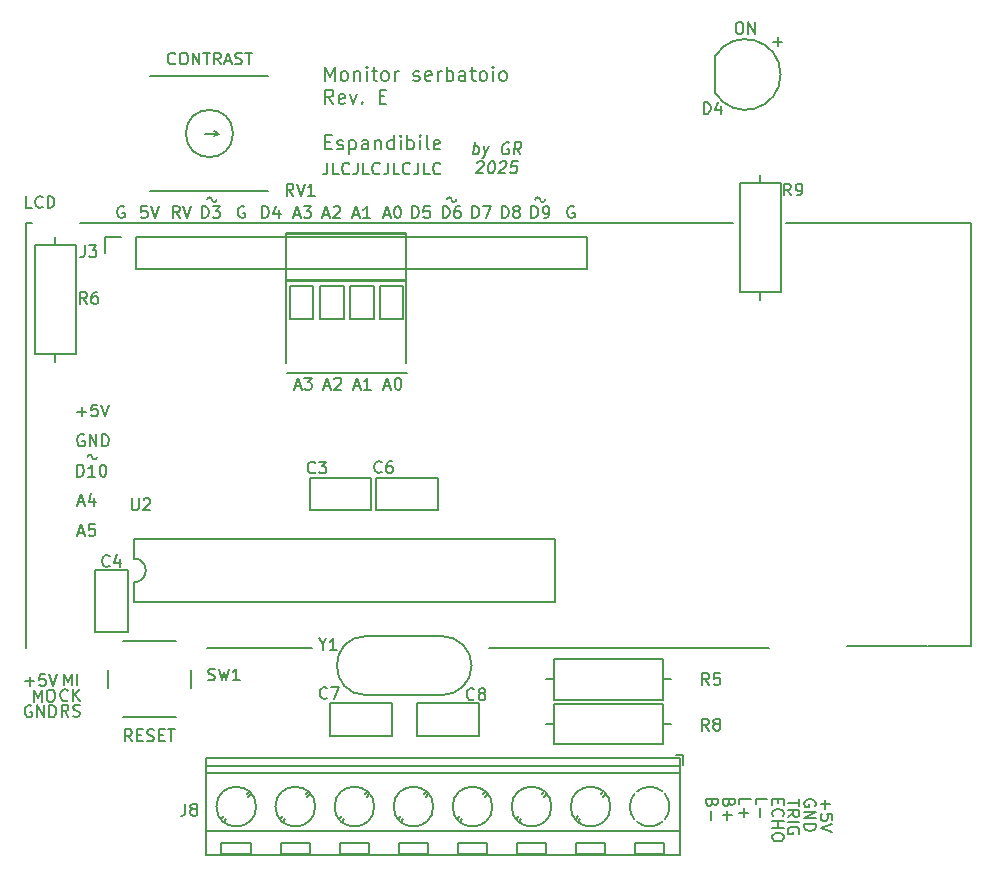
<source format=gbr>
%TF.GenerationSoftware,KiCad,Pcbnew,9.0.4*%
%TF.CreationDate,2025-08-25T16:14:29+02:00*%
%TF.ProjectId,livello_serbatoio_definitiva,6c697665-6c6c-46f5-9f73-65726261746f,D*%
%TF.SameCoordinates,Original*%
%TF.FileFunction,Legend,Top*%
%TF.FilePolarity,Positive*%
%FSLAX46Y46*%
G04 Gerber Fmt 4.6, Leading zero omitted, Abs format (unit mm)*
G04 Created by KiCad (PCBNEW 9.0.4) date 2025-08-25 16:14:29*
%MOMM*%
%LPD*%
G01*
G04 APERTURE LIST*
%ADD10C,0.160000*%
G04 APERTURE END LIST*
D10*
X97947618Y-129854299D02*
X97614285Y-129378108D01*
X97376190Y-129854299D02*
X97376190Y-128854299D01*
X97376190Y-128854299D02*
X97757142Y-128854299D01*
X97757142Y-128854299D02*
X97852380Y-128901918D01*
X97852380Y-128901918D02*
X97899999Y-128949537D01*
X97899999Y-128949537D02*
X97947618Y-129044775D01*
X97947618Y-129044775D02*
X97947618Y-129187632D01*
X97947618Y-129187632D02*
X97899999Y-129282870D01*
X97899999Y-129282870D02*
X97852380Y-129330489D01*
X97852380Y-129330489D02*
X97757142Y-129378108D01*
X97757142Y-129378108D02*
X97376190Y-129378108D01*
X98376190Y-129330489D02*
X98709523Y-129330489D01*
X98852380Y-129854299D02*
X98376190Y-129854299D01*
X98376190Y-129854299D02*
X98376190Y-128854299D01*
X98376190Y-128854299D02*
X98852380Y-128854299D01*
X99233333Y-129806680D02*
X99376190Y-129854299D01*
X99376190Y-129854299D02*
X99614285Y-129854299D01*
X99614285Y-129854299D02*
X99709523Y-129806680D01*
X99709523Y-129806680D02*
X99757142Y-129759060D01*
X99757142Y-129759060D02*
X99804761Y-129663822D01*
X99804761Y-129663822D02*
X99804761Y-129568584D01*
X99804761Y-129568584D02*
X99757142Y-129473346D01*
X99757142Y-129473346D02*
X99709523Y-129425727D01*
X99709523Y-129425727D02*
X99614285Y-129378108D01*
X99614285Y-129378108D02*
X99423809Y-129330489D01*
X99423809Y-129330489D02*
X99328571Y-129282870D01*
X99328571Y-129282870D02*
X99280952Y-129235251D01*
X99280952Y-129235251D02*
X99233333Y-129140013D01*
X99233333Y-129140013D02*
X99233333Y-129044775D01*
X99233333Y-129044775D02*
X99280952Y-128949537D01*
X99280952Y-128949537D02*
X99328571Y-128901918D01*
X99328571Y-128901918D02*
X99423809Y-128854299D01*
X99423809Y-128854299D02*
X99661904Y-128854299D01*
X99661904Y-128854299D02*
X99804761Y-128901918D01*
X100233333Y-129330489D02*
X100566666Y-129330489D01*
X100709523Y-129854299D02*
X100233333Y-129854299D01*
X100233333Y-129854299D02*
X100233333Y-128854299D01*
X100233333Y-128854299D02*
X100709523Y-128854299D01*
X100995238Y-128854299D02*
X101566666Y-128854299D01*
X101280952Y-129854299D02*
X101280952Y-128854299D01*
X169000000Y-105120000D02*
X169000000Y-113120000D01*
X121205000Y-98660000D02*
X111025000Y-98660000D01*
X110980000Y-86870000D02*
X121140000Y-86880000D01*
X121140000Y-86880000D02*
X121140000Y-90130000D01*
X121140000Y-90850000D02*
X110960000Y-90850000D01*
X110960000Y-90130000D02*
X110960000Y-86870000D01*
X105100000Y-84000000D02*
G75*
G02*
X104700000Y-84000000I-200000J0D01*
G01*
X104300000Y-84000000D02*
G75*
G02*
X104700000Y-84000000I200000J0D01*
G01*
X121140000Y-86860000D02*
X121140000Y-90120000D01*
X132900000Y-84000000D02*
G75*
G02*
X132500000Y-84000000I-200000J0D01*
G01*
X89000000Y-86000000D02*
X89000000Y-122000000D01*
X121140000Y-97850000D02*
X121140000Y-90840000D01*
X128200000Y-122000000D02*
X134400000Y-122000000D01*
X142850000Y-122000000D02*
X151913402Y-122000000D01*
X165300000Y-121820000D02*
X169000000Y-121820000D01*
X110960000Y-86860000D02*
X121130000Y-86860000D01*
X110960000Y-90120000D02*
X110960000Y-86860000D01*
X132100000Y-84000000D02*
G75*
G02*
X132500000Y-84000000I200000J0D01*
G01*
X93500000Y-86000000D02*
X148840000Y-86000000D01*
X104300000Y-122000000D02*
X113200000Y-122000000D01*
X110960000Y-90130000D02*
X110960000Y-90850000D01*
X124600000Y-84000000D02*
G75*
G02*
X125000000Y-84000000I200000J0D01*
G01*
X125400000Y-84000000D02*
G75*
G02*
X125000000Y-84000000I-200000J0D01*
G01*
X169000000Y-86000000D02*
X169000000Y-96500000D01*
X94170000Y-105800000D02*
G75*
G02*
X94570000Y-105800000I200000J0D01*
G01*
X110960000Y-90850000D02*
X110960000Y-97850000D01*
X158440000Y-121820000D02*
X165280000Y-121820000D01*
X169000000Y-113120000D02*
X169000000Y-121820000D01*
X94970000Y-105800000D02*
G75*
G02*
X94570000Y-105800000I-200000J0D01*
G01*
X89000000Y-86000000D02*
X89500000Y-86000000D01*
X142600000Y-122000000D02*
X143100000Y-122000000D01*
X121140000Y-90840000D02*
X110960000Y-90840000D01*
X121140000Y-90120000D02*
X121140000Y-90850000D01*
X169000000Y-86000000D02*
X153300000Y-86000000D01*
X126817856Y-80149327D02*
X126942856Y-79149327D01*
X126895237Y-79530279D02*
X126996428Y-79482660D01*
X126996428Y-79482660D02*
X127186904Y-79482660D01*
X127186904Y-79482660D02*
X127276190Y-79530279D01*
X127276190Y-79530279D02*
X127317856Y-79577898D01*
X127317856Y-79577898D02*
X127353571Y-79673136D01*
X127353571Y-79673136D02*
X127317856Y-79958850D01*
X127317856Y-79958850D02*
X127258333Y-80054088D01*
X127258333Y-80054088D02*
X127204761Y-80101708D01*
X127204761Y-80101708D02*
X127103571Y-80149327D01*
X127103571Y-80149327D02*
X126913094Y-80149327D01*
X126913094Y-80149327D02*
X126823809Y-80101708D01*
X127710714Y-79482660D02*
X127865476Y-80149327D01*
X128186904Y-79482660D02*
X127865476Y-80149327D01*
X127865476Y-80149327D02*
X127740476Y-80387422D01*
X127740476Y-80387422D02*
X127686904Y-80435041D01*
X127686904Y-80435041D02*
X127585714Y-80482660D01*
X129889286Y-79196946D02*
X129800000Y-79149327D01*
X129800000Y-79149327D02*
X129657143Y-79149327D01*
X129657143Y-79149327D02*
X129508333Y-79196946D01*
X129508333Y-79196946D02*
X129401190Y-79292184D01*
X129401190Y-79292184D02*
X129341666Y-79387422D01*
X129341666Y-79387422D02*
X129270238Y-79577898D01*
X129270238Y-79577898D02*
X129252381Y-79720755D01*
X129252381Y-79720755D02*
X129276190Y-79911231D01*
X129276190Y-79911231D02*
X129311905Y-80006469D01*
X129311905Y-80006469D02*
X129395238Y-80101708D01*
X129395238Y-80101708D02*
X129532143Y-80149327D01*
X129532143Y-80149327D02*
X129627381Y-80149327D01*
X129627381Y-80149327D02*
X129776190Y-80101708D01*
X129776190Y-80101708D02*
X129829762Y-80054088D01*
X129829762Y-80054088D02*
X129871428Y-79720755D01*
X129871428Y-79720755D02*
X129680952Y-79720755D01*
X130817857Y-80149327D02*
X130544047Y-79673136D01*
X130246428Y-80149327D02*
X130371428Y-79149327D01*
X130371428Y-79149327D02*
X130752381Y-79149327D01*
X130752381Y-79149327D02*
X130841666Y-79196946D01*
X130841666Y-79196946D02*
X130883333Y-79244565D01*
X130883333Y-79244565D02*
X130919047Y-79339803D01*
X130919047Y-79339803D02*
X130901190Y-79482660D01*
X130901190Y-79482660D02*
X130841666Y-79577898D01*
X130841666Y-79577898D02*
X130788095Y-79625517D01*
X130788095Y-79625517D02*
X130686905Y-79673136D01*
X130686905Y-79673136D02*
X130305952Y-79673136D01*
X127192857Y-80854509D02*
X127246428Y-80806890D01*
X127246428Y-80806890D02*
X127347618Y-80759271D01*
X127347618Y-80759271D02*
X127585714Y-80759271D01*
X127585714Y-80759271D02*
X127674999Y-80806890D01*
X127674999Y-80806890D02*
X127716666Y-80854509D01*
X127716666Y-80854509D02*
X127752380Y-80949747D01*
X127752380Y-80949747D02*
X127740476Y-81044985D01*
X127740476Y-81044985D02*
X127674999Y-81187842D01*
X127674999Y-81187842D02*
X127032142Y-81759271D01*
X127032142Y-81759271D02*
X127651190Y-81759271D01*
X128395238Y-80759271D02*
X128490476Y-80759271D01*
X128490476Y-80759271D02*
X128579761Y-80806890D01*
X128579761Y-80806890D02*
X128621428Y-80854509D01*
X128621428Y-80854509D02*
X128657142Y-80949747D01*
X128657142Y-80949747D02*
X128680952Y-81140223D01*
X128680952Y-81140223D02*
X128651190Y-81378318D01*
X128651190Y-81378318D02*
X128579761Y-81568794D01*
X128579761Y-81568794D02*
X128520238Y-81664032D01*
X128520238Y-81664032D02*
X128466666Y-81711652D01*
X128466666Y-81711652D02*
X128365476Y-81759271D01*
X128365476Y-81759271D02*
X128270238Y-81759271D01*
X128270238Y-81759271D02*
X128180952Y-81711652D01*
X128180952Y-81711652D02*
X128139285Y-81664032D01*
X128139285Y-81664032D02*
X128103571Y-81568794D01*
X128103571Y-81568794D02*
X128079761Y-81378318D01*
X128079761Y-81378318D02*
X128109523Y-81140223D01*
X128109523Y-81140223D02*
X128180952Y-80949747D01*
X128180952Y-80949747D02*
X128240476Y-80854509D01*
X128240476Y-80854509D02*
X128294047Y-80806890D01*
X128294047Y-80806890D02*
X128395238Y-80759271D01*
X129097619Y-80854509D02*
X129151190Y-80806890D01*
X129151190Y-80806890D02*
X129252380Y-80759271D01*
X129252380Y-80759271D02*
X129490476Y-80759271D01*
X129490476Y-80759271D02*
X129579761Y-80806890D01*
X129579761Y-80806890D02*
X129621428Y-80854509D01*
X129621428Y-80854509D02*
X129657142Y-80949747D01*
X129657142Y-80949747D02*
X129645238Y-81044985D01*
X129645238Y-81044985D02*
X129579761Y-81187842D01*
X129579761Y-81187842D02*
X128936904Y-81759271D01*
X128936904Y-81759271D02*
X129555952Y-81759271D01*
X130585714Y-80759271D02*
X130109523Y-80759271D01*
X130109523Y-80759271D02*
X130002381Y-81235461D01*
X130002381Y-81235461D02*
X130055952Y-81187842D01*
X130055952Y-81187842D02*
X130157142Y-81140223D01*
X130157142Y-81140223D02*
X130395238Y-81140223D01*
X130395238Y-81140223D02*
X130484523Y-81187842D01*
X130484523Y-81187842D02*
X130526190Y-81235461D01*
X130526190Y-81235461D02*
X130561904Y-81330699D01*
X130561904Y-81330699D02*
X130532142Y-81568794D01*
X130532142Y-81568794D02*
X130472619Y-81664032D01*
X130472619Y-81664032D02*
X130419047Y-81711652D01*
X130419047Y-81711652D02*
X130317857Y-81759271D01*
X130317857Y-81759271D02*
X130079761Y-81759271D01*
X130079761Y-81759271D02*
X129990476Y-81711652D01*
X129990476Y-81711652D02*
X129948809Y-81664032D01*
X111665714Y-85268584D02*
X112141904Y-85268584D01*
X111570476Y-85554299D02*
X111903809Y-84554299D01*
X111903809Y-84554299D02*
X112237142Y-85554299D01*
X112475238Y-84554299D02*
X113094285Y-84554299D01*
X113094285Y-84554299D02*
X112760952Y-84935251D01*
X112760952Y-84935251D02*
X112903809Y-84935251D01*
X112903809Y-84935251D02*
X112999047Y-84982870D01*
X112999047Y-84982870D02*
X113046666Y-85030489D01*
X113046666Y-85030489D02*
X113094285Y-85125727D01*
X113094285Y-85125727D02*
X113094285Y-85363822D01*
X113094285Y-85363822D02*
X113046666Y-85459060D01*
X113046666Y-85459060D02*
X112999047Y-85506680D01*
X112999047Y-85506680D02*
X112903809Y-85554299D01*
X112903809Y-85554299D02*
X112618095Y-85554299D01*
X112618095Y-85554299D02*
X112522857Y-85506680D01*
X112522857Y-85506680D02*
X112475238Y-85459060D01*
X114165714Y-85268584D02*
X114641904Y-85268584D01*
X114070476Y-85554299D02*
X114403809Y-84554299D01*
X114403809Y-84554299D02*
X114737142Y-85554299D01*
X115022857Y-84649537D02*
X115070476Y-84601918D01*
X115070476Y-84601918D02*
X115165714Y-84554299D01*
X115165714Y-84554299D02*
X115403809Y-84554299D01*
X115403809Y-84554299D02*
X115499047Y-84601918D01*
X115499047Y-84601918D02*
X115546666Y-84649537D01*
X115546666Y-84649537D02*
X115594285Y-84744775D01*
X115594285Y-84744775D02*
X115594285Y-84840013D01*
X115594285Y-84840013D02*
X115546666Y-84982870D01*
X115546666Y-84982870D02*
X114975238Y-85554299D01*
X114975238Y-85554299D02*
X115594285Y-85554299D01*
X116665714Y-85268584D02*
X117141904Y-85268584D01*
X116570476Y-85554299D02*
X116903809Y-84554299D01*
X116903809Y-84554299D02*
X117237142Y-85554299D01*
X118094285Y-85554299D02*
X117522857Y-85554299D01*
X117808571Y-85554299D02*
X117808571Y-84554299D01*
X117808571Y-84554299D02*
X117713333Y-84697156D01*
X117713333Y-84697156D02*
X117618095Y-84792394D01*
X117618095Y-84792394D02*
X117522857Y-84840013D01*
X119265714Y-85268584D02*
X119741904Y-85268584D01*
X119170476Y-85554299D02*
X119503809Y-84554299D01*
X119503809Y-84554299D02*
X119837142Y-85554299D01*
X120360952Y-84554299D02*
X120456190Y-84554299D01*
X120456190Y-84554299D02*
X120551428Y-84601918D01*
X120551428Y-84601918D02*
X120599047Y-84649537D01*
X120599047Y-84649537D02*
X120646666Y-84744775D01*
X120646666Y-84744775D02*
X120694285Y-84935251D01*
X120694285Y-84935251D02*
X120694285Y-85173346D01*
X120694285Y-85173346D02*
X120646666Y-85363822D01*
X120646666Y-85363822D02*
X120599047Y-85459060D01*
X120599047Y-85459060D02*
X120551428Y-85506680D01*
X120551428Y-85506680D02*
X120456190Y-85554299D01*
X120456190Y-85554299D02*
X120360952Y-85554299D01*
X120360952Y-85554299D02*
X120265714Y-85506680D01*
X120265714Y-85506680D02*
X120218095Y-85459060D01*
X120218095Y-85459060D02*
X120170476Y-85363822D01*
X120170476Y-85363822D02*
X120122857Y-85173346D01*
X120122857Y-85173346D02*
X120122857Y-84935251D01*
X120122857Y-84935251D02*
X120170476Y-84744775D01*
X120170476Y-84744775D02*
X120218095Y-84649537D01*
X120218095Y-84649537D02*
X120265714Y-84601918D01*
X120265714Y-84601918D02*
X120360952Y-84554299D01*
X101595237Y-72459060D02*
X101547618Y-72506680D01*
X101547618Y-72506680D02*
X101404761Y-72554299D01*
X101404761Y-72554299D02*
X101309523Y-72554299D01*
X101309523Y-72554299D02*
X101166666Y-72506680D01*
X101166666Y-72506680D02*
X101071428Y-72411441D01*
X101071428Y-72411441D02*
X101023809Y-72316203D01*
X101023809Y-72316203D02*
X100976190Y-72125727D01*
X100976190Y-72125727D02*
X100976190Y-71982870D01*
X100976190Y-71982870D02*
X101023809Y-71792394D01*
X101023809Y-71792394D02*
X101071428Y-71697156D01*
X101071428Y-71697156D02*
X101166666Y-71601918D01*
X101166666Y-71601918D02*
X101309523Y-71554299D01*
X101309523Y-71554299D02*
X101404761Y-71554299D01*
X101404761Y-71554299D02*
X101547618Y-71601918D01*
X101547618Y-71601918D02*
X101595237Y-71649537D01*
X102214285Y-71554299D02*
X102404761Y-71554299D01*
X102404761Y-71554299D02*
X102499999Y-71601918D01*
X102499999Y-71601918D02*
X102595237Y-71697156D01*
X102595237Y-71697156D02*
X102642856Y-71887632D01*
X102642856Y-71887632D02*
X102642856Y-72220965D01*
X102642856Y-72220965D02*
X102595237Y-72411441D01*
X102595237Y-72411441D02*
X102499999Y-72506680D01*
X102499999Y-72506680D02*
X102404761Y-72554299D01*
X102404761Y-72554299D02*
X102214285Y-72554299D01*
X102214285Y-72554299D02*
X102119047Y-72506680D01*
X102119047Y-72506680D02*
X102023809Y-72411441D01*
X102023809Y-72411441D02*
X101976190Y-72220965D01*
X101976190Y-72220965D02*
X101976190Y-71887632D01*
X101976190Y-71887632D02*
X102023809Y-71697156D01*
X102023809Y-71697156D02*
X102119047Y-71601918D01*
X102119047Y-71601918D02*
X102214285Y-71554299D01*
X103071428Y-72554299D02*
X103071428Y-71554299D01*
X103071428Y-71554299D02*
X103642856Y-72554299D01*
X103642856Y-72554299D02*
X103642856Y-71554299D01*
X103976190Y-71554299D02*
X104547618Y-71554299D01*
X104261904Y-72554299D02*
X104261904Y-71554299D01*
X105452380Y-72554299D02*
X105119047Y-72078108D01*
X104880952Y-72554299D02*
X104880952Y-71554299D01*
X104880952Y-71554299D02*
X105261904Y-71554299D01*
X105261904Y-71554299D02*
X105357142Y-71601918D01*
X105357142Y-71601918D02*
X105404761Y-71649537D01*
X105404761Y-71649537D02*
X105452380Y-71744775D01*
X105452380Y-71744775D02*
X105452380Y-71887632D01*
X105452380Y-71887632D02*
X105404761Y-71982870D01*
X105404761Y-71982870D02*
X105357142Y-72030489D01*
X105357142Y-72030489D02*
X105261904Y-72078108D01*
X105261904Y-72078108D02*
X104880952Y-72078108D01*
X105833333Y-72268584D02*
X106309523Y-72268584D01*
X105738095Y-72554299D02*
X106071428Y-71554299D01*
X106071428Y-71554299D02*
X106404761Y-72554299D01*
X106690476Y-72506680D02*
X106833333Y-72554299D01*
X106833333Y-72554299D02*
X107071428Y-72554299D01*
X107071428Y-72554299D02*
X107166666Y-72506680D01*
X107166666Y-72506680D02*
X107214285Y-72459060D01*
X107214285Y-72459060D02*
X107261904Y-72363822D01*
X107261904Y-72363822D02*
X107261904Y-72268584D01*
X107261904Y-72268584D02*
X107214285Y-72173346D01*
X107214285Y-72173346D02*
X107166666Y-72125727D01*
X107166666Y-72125727D02*
X107071428Y-72078108D01*
X107071428Y-72078108D02*
X106880952Y-72030489D01*
X106880952Y-72030489D02*
X106785714Y-71982870D01*
X106785714Y-71982870D02*
X106738095Y-71935251D01*
X106738095Y-71935251D02*
X106690476Y-71840013D01*
X106690476Y-71840013D02*
X106690476Y-71744775D01*
X106690476Y-71744775D02*
X106738095Y-71649537D01*
X106738095Y-71649537D02*
X106785714Y-71601918D01*
X106785714Y-71601918D02*
X106880952Y-71554299D01*
X106880952Y-71554299D02*
X107119047Y-71554299D01*
X107119047Y-71554299D02*
X107261904Y-71601918D01*
X107547619Y-71554299D02*
X108119047Y-71554299D01*
X107833333Y-72554299D02*
X107833333Y-71554299D01*
X114290977Y-73948923D02*
X114290977Y-72748923D01*
X114290977Y-72748923D02*
X114690977Y-73606066D01*
X114690977Y-73606066D02*
X115090977Y-72748923D01*
X115090977Y-72748923D02*
X115090977Y-73948923D01*
X115833834Y-73948923D02*
X115719549Y-73891781D01*
X115719549Y-73891781D02*
X115662406Y-73834638D01*
X115662406Y-73834638D02*
X115605263Y-73720352D01*
X115605263Y-73720352D02*
X115605263Y-73377495D01*
X115605263Y-73377495D02*
X115662406Y-73263209D01*
X115662406Y-73263209D02*
X115719549Y-73206066D01*
X115719549Y-73206066D02*
X115833834Y-73148923D01*
X115833834Y-73148923D02*
X116005263Y-73148923D01*
X116005263Y-73148923D02*
X116119549Y-73206066D01*
X116119549Y-73206066D02*
X116176692Y-73263209D01*
X116176692Y-73263209D02*
X116233834Y-73377495D01*
X116233834Y-73377495D02*
X116233834Y-73720352D01*
X116233834Y-73720352D02*
X116176692Y-73834638D01*
X116176692Y-73834638D02*
X116119549Y-73891781D01*
X116119549Y-73891781D02*
X116005263Y-73948923D01*
X116005263Y-73948923D02*
X115833834Y-73948923D01*
X116748120Y-73148923D02*
X116748120Y-73948923D01*
X116748120Y-73263209D02*
X116805263Y-73206066D01*
X116805263Y-73206066D02*
X116919548Y-73148923D01*
X116919548Y-73148923D02*
X117090977Y-73148923D01*
X117090977Y-73148923D02*
X117205263Y-73206066D01*
X117205263Y-73206066D02*
X117262406Y-73320352D01*
X117262406Y-73320352D02*
X117262406Y-73948923D01*
X117833834Y-73948923D02*
X117833834Y-73148923D01*
X117833834Y-72748923D02*
X117776691Y-72806066D01*
X117776691Y-72806066D02*
X117833834Y-72863209D01*
X117833834Y-72863209D02*
X117890977Y-72806066D01*
X117890977Y-72806066D02*
X117833834Y-72748923D01*
X117833834Y-72748923D02*
X117833834Y-72863209D01*
X118233834Y-73148923D02*
X118690977Y-73148923D01*
X118405263Y-72748923D02*
X118405263Y-73777495D01*
X118405263Y-73777495D02*
X118462406Y-73891781D01*
X118462406Y-73891781D02*
X118576691Y-73948923D01*
X118576691Y-73948923D02*
X118690977Y-73948923D01*
X119262405Y-73948923D02*
X119148120Y-73891781D01*
X119148120Y-73891781D02*
X119090977Y-73834638D01*
X119090977Y-73834638D02*
X119033834Y-73720352D01*
X119033834Y-73720352D02*
X119033834Y-73377495D01*
X119033834Y-73377495D02*
X119090977Y-73263209D01*
X119090977Y-73263209D02*
X119148120Y-73206066D01*
X119148120Y-73206066D02*
X119262405Y-73148923D01*
X119262405Y-73148923D02*
X119433834Y-73148923D01*
X119433834Y-73148923D02*
X119548120Y-73206066D01*
X119548120Y-73206066D02*
X119605263Y-73263209D01*
X119605263Y-73263209D02*
X119662405Y-73377495D01*
X119662405Y-73377495D02*
X119662405Y-73720352D01*
X119662405Y-73720352D02*
X119605263Y-73834638D01*
X119605263Y-73834638D02*
X119548120Y-73891781D01*
X119548120Y-73891781D02*
X119433834Y-73948923D01*
X119433834Y-73948923D02*
X119262405Y-73948923D01*
X120176691Y-73948923D02*
X120176691Y-73148923D01*
X120176691Y-73377495D02*
X120233834Y-73263209D01*
X120233834Y-73263209D02*
X120290977Y-73206066D01*
X120290977Y-73206066D02*
X120405262Y-73148923D01*
X120405262Y-73148923D02*
X120519548Y-73148923D01*
X121776691Y-73891781D02*
X121890977Y-73948923D01*
X121890977Y-73948923D02*
X122119548Y-73948923D01*
X122119548Y-73948923D02*
X122233834Y-73891781D01*
X122233834Y-73891781D02*
X122290977Y-73777495D01*
X122290977Y-73777495D02*
X122290977Y-73720352D01*
X122290977Y-73720352D02*
X122233834Y-73606066D01*
X122233834Y-73606066D02*
X122119548Y-73548923D01*
X122119548Y-73548923D02*
X121948120Y-73548923D01*
X121948120Y-73548923D02*
X121833834Y-73491781D01*
X121833834Y-73491781D02*
X121776691Y-73377495D01*
X121776691Y-73377495D02*
X121776691Y-73320352D01*
X121776691Y-73320352D02*
X121833834Y-73206066D01*
X121833834Y-73206066D02*
X121948120Y-73148923D01*
X121948120Y-73148923D02*
X122119548Y-73148923D01*
X122119548Y-73148923D02*
X122233834Y-73206066D01*
X123262406Y-73891781D02*
X123148120Y-73948923D01*
X123148120Y-73948923D02*
X122919549Y-73948923D01*
X122919549Y-73948923D02*
X122805263Y-73891781D01*
X122805263Y-73891781D02*
X122748120Y-73777495D01*
X122748120Y-73777495D02*
X122748120Y-73320352D01*
X122748120Y-73320352D02*
X122805263Y-73206066D01*
X122805263Y-73206066D02*
X122919549Y-73148923D01*
X122919549Y-73148923D02*
X123148120Y-73148923D01*
X123148120Y-73148923D02*
X123262406Y-73206066D01*
X123262406Y-73206066D02*
X123319549Y-73320352D01*
X123319549Y-73320352D02*
X123319549Y-73434638D01*
X123319549Y-73434638D02*
X122748120Y-73548923D01*
X123833834Y-73948923D02*
X123833834Y-73148923D01*
X123833834Y-73377495D02*
X123890977Y-73263209D01*
X123890977Y-73263209D02*
X123948120Y-73206066D01*
X123948120Y-73206066D02*
X124062405Y-73148923D01*
X124062405Y-73148923D02*
X124176691Y-73148923D01*
X124576691Y-73948923D02*
X124576691Y-72748923D01*
X124576691Y-73206066D02*
X124690977Y-73148923D01*
X124690977Y-73148923D02*
X124919548Y-73148923D01*
X124919548Y-73148923D02*
X125033834Y-73206066D01*
X125033834Y-73206066D02*
X125090977Y-73263209D01*
X125090977Y-73263209D02*
X125148119Y-73377495D01*
X125148119Y-73377495D02*
X125148119Y-73720352D01*
X125148119Y-73720352D02*
X125090977Y-73834638D01*
X125090977Y-73834638D02*
X125033834Y-73891781D01*
X125033834Y-73891781D02*
X124919548Y-73948923D01*
X124919548Y-73948923D02*
X124690977Y-73948923D01*
X124690977Y-73948923D02*
X124576691Y-73891781D01*
X126176691Y-73948923D02*
X126176691Y-73320352D01*
X126176691Y-73320352D02*
X126119548Y-73206066D01*
X126119548Y-73206066D02*
X126005262Y-73148923D01*
X126005262Y-73148923D02*
X125776691Y-73148923D01*
X125776691Y-73148923D02*
X125662405Y-73206066D01*
X126176691Y-73891781D02*
X126062405Y-73948923D01*
X126062405Y-73948923D02*
X125776691Y-73948923D01*
X125776691Y-73948923D02*
X125662405Y-73891781D01*
X125662405Y-73891781D02*
X125605262Y-73777495D01*
X125605262Y-73777495D02*
X125605262Y-73663209D01*
X125605262Y-73663209D02*
X125662405Y-73548923D01*
X125662405Y-73548923D02*
X125776691Y-73491781D01*
X125776691Y-73491781D02*
X126062405Y-73491781D01*
X126062405Y-73491781D02*
X126176691Y-73434638D01*
X126576690Y-73148923D02*
X127033833Y-73148923D01*
X126748119Y-72748923D02*
X126748119Y-73777495D01*
X126748119Y-73777495D02*
X126805262Y-73891781D01*
X126805262Y-73891781D02*
X126919547Y-73948923D01*
X126919547Y-73948923D02*
X127033833Y-73948923D01*
X127605261Y-73948923D02*
X127490976Y-73891781D01*
X127490976Y-73891781D02*
X127433833Y-73834638D01*
X127433833Y-73834638D02*
X127376690Y-73720352D01*
X127376690Y-73720352D02*
X127376690Y-73377495D01*
X127376690Y-73377495D02*
X127433833Y-73263209D01*
X127433833Y-73263209D02*
X127490976Y-73206066D01*
X127490976Y-73206066D02*
X127605261Y-73148923D01*
X127605261Y-73148923D02*
X127776690Y-73148923D01*
X127776690Y-73148923D02*
X127890976Y-73206066D01*
X127890976Y-73206066D02*
X127948119Y-73263209D01*
X127948119Y-73263209D02*
X128005261Y-73377495D01*
X128005261Y-73377495D02*
X128005261Y-73720352D01*
X128005261Y-73720352D02*
X127948119Y-73834638D01*
X127948119Y-73834638D02*
X127890976Y-73891781D01*
X127890976Y-73891781D02*
X127776690Y-73948923D01*
X127776690Y-73948923D02*
X127605261Y-73948923D01*
X128519547Y-73948923D02*
X128519547Y-73148923D01*
X128519547Y-72748923D02*
X128462404Y-72806066D01*
X128462404Y-72806066D02*
X128519547Y-72863209D01*
X128519547Y-72863209D02*
X128576690Y-72806066D01*
X128576690Y-72806066D02*
X128519547Y-72748923D01*
X128519547Y-72748923D02*
X128519547Y-72863209D01*
X129262404Y-73948923D02*
X129148119Y-73891781D01*
X129148119Y-73891781D02*
X129090976Y-73834638D01*
X129090976Y-73834638D02*
X129033833Y-73720352D01*
X129033833Y-73720352D02*
X129033833Y-73377495D01*
X129033833Y-73377495D02*
X129090976Y-73263209D01*
X129090976Y-73263209D02*
X129148119Y-73206066D01*
X129148119Y-73206066D02*
X129262404Y-73148923D01*
X129262404Y-73148923D02*
X129433833Y-73148923D01*
X129433833Y-73148923D02*
X129548119Y-73206066D01*
X129548119Y-73206066D02*
X129605262Y-73263209D01*
X129605262Y-73263209D02*
X129662404Y-73377495D01*
X129662404Y-73377495D02*
X129662404Y-73720352D01*
X129662404Y-73720352D02*
X129605262Y-73834638D01*
X129605262Y-73834638D02*
X129548119Y-73891781D01*
X129548119Y-73891781D02*
X129433833Y-73948923D01*
X129433833Y-73948923D02*
X129262404Y-73948923D01*
X114976691Y-75880856D02*
X114576691Y-75309428D01*
X114290977Y-75880856D02*
X114290977Y-74680856D01*
X114290977Y-74680856D02*
X114748120Y-74680856D01*
X114748120Y-74680856D02*
X114862405Y-74737999D01*
X114862405Y-74737999D02*
X114919548Y-74795142D01*
X114919548Y-74795142D02*
X114976691Y-74909428D01*
X114976691Y-74909428D02*
X114976691Y-75080856D01*
X114976691Y-75080856D02*
X114919548Y-75195142D01*
X114919548Y-75195142D02*
X114862405Y-75252285D01*
X114862405Y-75252285D02*
X114748120Y-75309428D01*
X114748120Y-75309428D02*
X114290977Y-75309428D01*
X115948120Y-75823714D02*
X115833834Y-75880856D01*
X115833834Y-75880856D02*
X115605263Y-75880856D01*
X115605263Y-75880856D02*
X115490977Y-75823714D01*
X115490977Y-75823714D02*
X115433834Y-75709428D01*
X115433834Y-75709428D02*
X115433834Y-75252285D01*
X115433834Y-75252285D02*
X115490977Y-75137999D01*
X115490977Y-75137999D02*
X115605263Y-75080856D01*
X115605263Y-75080856D02*
X115833834Y-75080856D01*
X115833834Y-75080856D02*
X115948120Y-75137999D01*
X115948120Y-75137999D02*
X116005263Y-75252285D01*
X116005263Y-75252285D02*
X116005263Y-75366571D01*
X116005263Y-75366571D02*
X115433834Y-75480856D01*
X116405262Y-75080856D02*
X116690976Y-75880856D01*
X116690976Y-75880856D02*
X116976691Y-75080856D01*
X117433834Y-75766571D02*
X117490977Y-75823714D01*
X117490977Y-75823714D02*
X117433834Y-75880856D01*
X117433834Y-75880856D02*
X117376691Y-75823714D01*
X117376691Y-75823714D02*
X117433834Y-75766571D01*
X117433834Y-75766571D02*
X117433834Y-75880856D01*
X118919549Y-75252285D02*
X119319549Y-75252285D01*
X119490977Y-75880856D02*
X118919549Y-75880856D01*
X118919549Y-75880856D02*
X118919549Y-74680856D01*
X118919549Y-74680856D02*
X119490977Y-74680856D01*
X114290977Y-79116151D02*
X114690977Y-79116151D01*
X114862405Y-79744722D02*
X114290977Y-79744722D01*
X114290977Y-79744722D02*
X114290977Y-78544722D01*
X114290977Y-78544722D02*
X114862405Y-78544722D01*
X115319548Y-79687580D02*
X115433834Y-79744722D01*
X115433834Y-79744722D02*
X115662405Y-79744722D01*
X115662405Y-79744722D02*
X115776691Y-79687580D01*
X115776691Y-79687580D02*
X115833834Y-79573294D01*
X115833834Y-79573294D02*
X115833834Y-79516151D01*
X115833834Y-79516151D02*
X115776691Y-79401865D01*
X115776691Y-79401865D02*
X115662405Y-79344722D01*
X115662405Y-79344722D02*
X115490977Y-79344722D01*
X115490977Y-79344722D02*
X115376691Y-79287580D01*
X115376691Y-79287580D02*
X115319548Y-79173294D01*
X115319548Y-79173294D02*
X115319548Y-79116151D01*
X115319548Y-79116151D02*
X115376691Y-79001865D01*
X115376691Y-79001865D02*
X115490977Y-78944722D01*
X115490977Y-78944722D02*
X115662405Y-78944722D01*
X115662405Y-78944722D02*
X115776691Y-79001865D01*
X116348120Y-78944722D02*
X116348120Y-80144722D01*
X116348120Y-79001865D02*
X116462406Y-78944722D01*
X116462406Y-78944722D02*
X116690977Y-78944722D01*
X116690977Y-78944722D02*
X116805263Y-79001865D01*
X116805263Y-79001865D02*
X116862406Y-79059008D01*
X116862406Y-79059008D02*
X116919548Y-79173294D01*
X116919548Y-79173294D02*
X116919548Y-79516151D01*
X116919548Y-79516151D02*
X116862406Y-79630437D01*
X116862406Y-79630437D02*
X116805263Y-79687580D01*
X116805263Y-79687580D02*
X116690977Y-79744722D01*
X116690977Y-79744722D02*
X116462406Y-79744722D01*
X116462406Y-79744722D02*
X116348120Y-79687580D01*
X117948120Y-79744722D02*
X117948120Y-79116151D01*
X117948120Y-79116151D02*
X117890977Y-79001865D01*
X117890977Y-79001865D02*
X117776691Y-78944722D01*
X117776691Y-78944722D02*
X117548120Y-78944722D01*
X117548120Y-78944722D02*
X117433834Y-79001865D01*
X117948120Y-79687580D02*
X117833834Y-79744722D01*
X117833834Y-79744722D02*
X117548120Y-79744722D01*
X117548120Y-79744722D02*
X117433834Y-79687580D01*
X117433834Y-79687580D02*
X117376691Y-79573294D01*
X117376691Y-79573294D02*
X117376691Y-79459008D01*
X117376691Y-79459008D02*
X117433834Y-79344722D01*
X117433834Y-79344722D02*
X117548120Y-79287580D01*
X117548120Y-79287580D02*
X117833834Y-79287580D01*
X117833834Y-79287580D02*
X117948120Y-79230437D01*
X118519548Y-78944722D02*
X118519548Y-79744722D01*
X118519548Y-79059008D02*
X118576691Y-79001865D01*
X118576691Y-79001865D02*
X118690976Y-78944722D01*
X118690976Y-78944722D02*
X118862405Y-78944722D01*
X118862405Y-78944722D02*
X118976691Y-79001865D01*
X118976691Y-79001865D02*
X119033834Y-79116151D01*
X119033834Y-79116151D02*
X119033834Y-79744722D01*
X120119548Y-79744722D02*
X120119548Y-78544722D01*
X120119548Y-79687580D02*
X120005262Y-79744722D01*
X120005262Y-79744722D02*
X119776690Y-79744722D01*
X119776690Y-79744722D02*
X119662405Y-79687580D01*
X119662405Y-79687580D02*
X119605262Y-79630437D01*
X119605262Y-79630437D02*
X119548119Y-79516151D01*
X119548119Y-79516151D02*
X119548119Y-79173294D01*
X119548119Y-79173294D02*
X119605262Y-79059008D01*
X119605262Y-79059008D02*
X119662405Y-79001865D01*
X119662405Y-79001865D02*
X119776690Y-78944722D01*
X119776690Y-78944722D02*
X120005262Y-78944722D01*
X120005262Y-78944722D02*
X120119548Y-79001865D01*
X120690976Y-79744722D02*
X120690976Y-78944722D01*
X120690976Y-78544722D02*
X120633833Y-78601865D01*
X120633833Y-78601865D02*
X120690976Y-78659008D01*
X120690976Y-78659008D02*
X120748119Y-78601865D01*
X120748119Y-78601865D02*
X120690976Y-78544722D01*
X120690976Y-78544722D02*
X120690976Y-78659008D01*
X121262405Y-79744722D02*
X121262405Y-78544722D01*
X121262405Y-79001865D02*
X121376691Y-78944722D01*
X121376691Y-78944722D02*
X121605262Y-78944722D01*
X121605262Y-78944722D02*
X121719548Y-79001865D01*
X121719548Y-79001865D02*
X121776691Y-79059008D01*
X121776691Y-79059008D02*
X121833833Y-79173294D01*
X121833833Y-79173294D02*
X121833833Y-79516151D01*
X121833833Y-79516151D02*
X121776691Y-79630437D01*
X121776691Y-79630437D02*
X121719548Y-79687580D01*
X121719548Y-79687580D02*
X121605262Y-79744722D01*
X121605262Y-79744722D02*
X121376691Y-79744722D01*
X121376691Y-79744722D02*
X121262405Y-79687580D01*
X122348119Y-79744722D02*
X122348119Y-78944722D01*
X122348119Y-78544722D02*
X122290976Y-78601865D01*
X122290976Y-78601865D02*
X122348119Y-78659008D01*
X122348119Y-78659008D02*
X122405262Y-78601865D01*
X122405262Y-78601865D02*
X122348119Y-78544722D01*
X122348119Y-78544722D02*
X122348119Y-78659008D01*
X123090976Y-79744722D02*
X122976691Y-79687580D01*
X122976691Y-79687580D02*
X122919548Y-79573294D01*
X122919548Y-79573294D02*
X122919548Y-78544722D01*
X124005262Y-79687580D02*
X123890976Y-79744722D01*
X123890976Y-79744722D02*
X123662405Y-79744722D01*
X123662405Y-79744722D02*
X123548119Y-79687580D01*
X123548119Y-79687580D02*
X123490976Y-79573294D01*
X123490976Y-79573294D02*
X123490976Y-79116151D01*
X123490976Y-79116151D02*
X123548119Y-79001865D01*
X123548119Y-79001865D02*
X123662405Y-78944722D01*
X123662405Y-78944722D02*
X123890976Y-78944722D01*
X123890976Y-78944722D02*
X124005262Y-79001865D01*
X124005262Y-79001865D02*
X124062405Y-79116151D01*
X124062405Y-79116151D02*
X124062405Y-79230437D01*
X124062405Y-79230437D02*
X123490976Y-79344722D01*
X121661905Y-85554299D02*
X121661905Y-84554299D01*
X121661905Y-84554299D02*
X121900000Y-84554299D01*
X121900000Y-84554299D02*
X122042857Y-84601918D01*
X122042857Y-84601918D02*
X122138095Y-84697156D01*
X122138095Y-84697156D02*
X122185714Y-84792394D01*
X122185714Y-84792394D02*
X122233333Y-84982870D01*
X122233333Y-84982870D02*
X122233333Y-85125727D01*
X122233333Y-85125727D02*
X122185714Y-85316203D01*
X122185714Y-85316203D02*
X122138095Y-85411441D01*
X122138095Y-85411441D02*
X122042857Y-85506680D01*
X122042857Y-85506680D02*
X121900000Y-85554299D01*
X121900000Y-85554299D02*
X121661905Y-85554299D01*
X123138095Y-84554299D02*
X122661905Y-84554299D01*
X122661905Y-84554299D02*
X122614286Y-85030489D01*
X122614286Y-85030489D02*
X122661905Y-84982870D01*
X122661905Y-84982870D02*
X122757143Y-84935251D01*
X122757143Y-84935251D02*
X122995238Y-84935251D01*
X122995238Y-84935251D02*
X123090476Y-84982870D01*
X123090476Y-84982870D02*
X123138095Y-85030489D01*
X123138095Y-85030489D02*
X123185714Y-85125727D01*
X123185714Y-85125727D02*
X123185714Y-85363822D01*
X123185714Y-85363822D02*
X123138095Y-85459060D01*
X123138095Y-85459060D02*
X123090476Y-85506680D01*
X123090476Y-85506680D02*
X122995238Y-85554299D01*
X122995238Y-85554299D02*
X122757143Y-85554299D01*
X122757143Y-85554299D02*
X122661905Y-85506680D01*
X122661905Y-85506680D02*
X122614286Y-85459060D01*
X124261905Y-85554299D02*
X124261905Y-84554299D01*
X124261905Y-84554299D02*
X124500000Y-84554299D01*
X124500000Y-84554299D02*
X124642857Y-84601918D01*
X124642857Y-84601918D02*
X124738095Y-84697156D01*
X124738095Y-84697156D02*
X124785714Y-84792394D01*
X124785714Y-84792394D02*
X124833333Y-84982870D01*
X124833333Y-84982870D02*
X124833333Y-85125727D01*
X124833333Y-85125727D02*
X124785714Y-85316203D01*
X124785714Y-85316203D02*
X124738095Y-85411441D01*
X124738095Y-85411441D02*
X124642857Y-85506680D01*
X124642857Y-85506680D02*
X124500000Y-85554299D01*
X124500000Y-85554299D02*
X124261905Y-85554299D01*
X125690476Y-84554299D02*
X125500000Y-84554299D01*
X125500000Y-84554299D02*
X125404762Y-84601918D01*
X125404762Y-84601918D02*
X125357143Y-84649537D01*
X125357143Y-84649537D02*
X125261905Y-84792394D01*
X125261905Y-84792394D02*
X125214286Y-84982870D01*
X125214286Y-84982870D02*
X125214286Y-85363822D01*
X125214286Y-85363822D02*
X125261905Y-85459060D01*
X125261905Y-85459060D02*
X125309524Y-85506680D01*
X125309524Y-85506680D02*
X125404762Y-85554299D01*
X125404762Y-85554299D02*
X125595238Y-85554299D01*
X125595238Y-85554299D02*
X125690476Y-85506680D01*
X125690476Y-85506680D02*
X125738095Y-85459060D01*
X125738095Y-85459060D02*
X125785714Y-85363822D01*
X125785714Y-85363822D02*
X125785714Y-85125727D01*
X125785714Y-85125727D02*
X125738095Y-85030489D01*
X125738095Y-85030489D02*
X125690476Y-84982870D01*
X125690476Y-84982870D02*
X125595238Y-84935251D01*
X125595238Y-84935251D02*
X125404762Y-84935251D01*
X125404762Y-84935251D02*
X125309524Y-84982870D01*
X125309524Y-84982870D02*
X125261905Y-85030489D01*
X125261905Y-85030489D02*
X125214286Y-85125727D01*
X126761905Y-85554299D02*
X126761905Y-84554299D01*
X126761905Y-84554299D02*
X127000000Y-84554299D01*
X127000000Y-84554299D02*
X127142857Y-84601918D01*
X127142857Y-84601918D02*
X127238095Y-84697156D01*
X127238095Y-84697156D02*
X127285714Y-84792394D01*
X127285714Y-84792394D02*
X127333333Y-84982870D01*
X127333333Y-84982870D02*
X127333333Y-85125727D01*
X127333333Y-85125727D02*
X127285714Y-85316203D01*
X127285714Y-85316203D02*
X127238095Y-85411441D01*
X127238095Y-85411441D02*
X127142857Y-85506680D01*
X127142857Y-85506680D02*
X127000000Y-85554299D01*
X127000000Y-85554299D02*
X126761905Y-85554299D01*
X127666667Y-84554299D02*
X128333333Y-84554299D01*
X128333333Y-84554299D02*
X127904762Y-85554299D01*
X129261905Y-85554299D02*
X129261905Y-84554299D01*
X129261905Y-84554299D02*
X129500000Y-84554299D01*
X129500000Y-84554299D02*
X129642857Y-84601918D01*
X129642857Y-84601918D02*
X129738095Y-84697156D01*
X129738095Y-84697156D02*
X129785714Y-84792394D01*
X129785714Y-84792394D02*
X129833333Y-84982870D01*
X129833333Y-84982870D02*
X129833333Y-85125727D01*
X129833333Y-85125727D02*
X129785714Y-85316203D01*
X129785714Y-85316203D02*
X129738095Y-85411441D01*
X129738095Y-85411441D02*
X129642857Y-85506680D01*
X129642857Y-85506680D02*
X129500000Y-85554299D01*
X129500000Y-85554299D02*
X129261905Y-85554299D01*
X130404762Y-84982870D02*
X130309524Y-84935251D01*
X130309524Y-84935251D02*
X130261905Y-84887632D01*
X130261905Y-84887632D02*
X130214286Y-84792394D01*
X130214286Y-84792394D02*
X130214286Y-84744775D01*
X130214286Y-84744775D02*
X130261905Y-84649537D01*
X130261905Y-84649537D02*
X130309524Y-84601918D01*
X130309524Y-84601918D02*
X130404762Y-84554299D01*
X130404762Y-84554299D02*
X130595238Y-84554299D01*
X130595238Y-84554299D02*
X130690476Y-84601918D01*
X130690476Y-84601918D02*
X130738095Y-84649537D01*
X130738095Y-84649537D02*
X130785714Y-84744775D01*
X130785714Y-84744775D02*
X130785714Y-84792394D01*
X130785714Y-84792394D02*
X130738095Y-84887632D01*
X130738095Y-84887632D02*
X130690476Y-84935251D01*
X130690476Y-84935251D02*
X130595238Y-84982870D01*
X130595238Y-84982870D02*
X130404762Y-84982870D01*
X130404762Y-84982870D02*
X130309524Y-85030489D01*
X130309524Y-85030489D02*
X130261905Y-85078108D01*
X130261905Y-85078108D02*
X130214286Y-85173346D01*
X130214286Y-85173346D02*
X130214286Y-85363822D01*
X130214286Y-85363822D02*
X130261905Y-85459060D01*
X130261905Y-85459060D02*
X130309524Y-85506680D01*
X130309524Y-85506680D02*
X130404762Y-85554299D01*
X130404762Y-85554299D02*
X130595238Y-85554299D01*
X130595238Y-85554299D02*
X130690476Y-85506680D01*
X130690476Y-85506680D02*
X130738095Y-85459060D01*
X130738095Y-85459060D02*
X130785714Y-85363822D01*
X130785714Y-85363822D02*
X130785714Y-85173346D01*
X130785714Y-85173346D02*
X130738095Y-85078108D01*
X130738095Y-85078108D02*
X130690476Y-85030489D01*
X130690476Y-85030489D02*
X130595238Y-84982870D01*
X131761905Y-85554299D02*
X131761905Y-84554299D01*
X131761905Y-84554299D02*
X132000000Y-84554299D01*
X132000000Y-84554299D02*
X132142857Y-84601918D01*
X132142857Y-84601918D02*
X132238095Y-84697156D01*
X132238095Y-84697156D02*
X132285714Y-84792394D01*
X132285714Y-84792394D02*
X132333333Y-84982870D01*
X132333333Y-84982870D02*
X132333333Y-85125727D01*
X132333333Y-85125727D02*
X132285714Y-85316203D01*
X132285714Y-85316203D02*
X132238095Y-85411441D01*
X132238095Y-85411441D02*
X132142857Y-85506680D01*
X132142857Y-85506680D02*
X132000000Y-85554299D01*
X132000000Y-85554299D02*
X131761905Y-85554299D01*
X132809524Y-85554299D02*
X133000000Y-85554299D01*
X133000000Y-85554299D02*
X133095238Y-85506680D01*
X133095238Y-85506680D02*
X133142857Y-85459060D01*
X133142857Y-85459060D02*
X133238095Y-85316203D01*
X133238095Y-85316203D02*
X133285714Y-85125727D01*
X133285714Y-85125727D02*
X133285714Y-84744775D01*
X133285714Y-84744775D02*
X133238095Y-84649537D01*
X133238095Y-84649537D02*
X133190476Y-84601918D01*
X133190476Y-84601918D02*
X133095238Y-84554299D01*
X133095238Y-84554299D02*
X132904762Y-84554299D01*
X132904762Y-84554299D02*
X132809524Y-84601918D01*
X132809524Y-84601918D02*
X132761905Y-84649537D01*
X132761905Y-84649537D02*
X132714286Y-84744775D01*
X132714286Y-84744775D02*
X132714286Y-84982870D01*
X132714286Y-84982870D02*
X132761905Y-85078108D01*
X132761905Y-85078108D02*
X132809524Y-85125727D01*
X132809524Y-85125727D02*
X132904762Y-85173346D01*
X132904762Y-85173346D02*
X133095238Y-85173346D01*
X133095238Y-85173346D02*
X133190476Y-85125727D01*
X133190476Y-85125727D02*
X133238095Y-85078108D01*
X133238095Y-85078108D02*
X133285714Y-84982870D01*
X135361904Y-84601918D02*
X135266666Y-84554299D01*
X135266666Y-84554299D02*
X135123809Y-84554299D01*
X135123809Y-84554299D02*
X134980952Y-84601918D01*
X134980952Y-84601918D02*
X134885714Y-84697156D01*
X134885714Y-84697156D02*
X134838095Y-84792394D01*
X134838095Y-84792394D02*
X134790476Y-84982870D01*
X134790476Y-84982870D02*
X134790476Y-85125727D01*
X134790476Y-85125727D02*
X134838095Y-85316203D01*
X134838095Y-85316203D02*
X134885714Y-85411441D01*
X134885714Y-85411441D02*
X134980952Y-85506680D01*
X134980952Y-85506680D02*
X135123809Y-85554299D01*
X135123809Y-85554299D02*
X135219047Y-85554299D01*
X135219047Y-85554299D02*
X135361904Y-85506680D01*
X135361904Y-85506680D02*
X135409523Y-85459060D01*
X135409523Y-85459060D02*
X135409523Y-85125727D01*
X135409523Y-85125727D02*
X135219047Y-85125727D01*
X108961905Y-85554299D02*
X108961905Y-84554299D01*
X108961905Y-84554299D02*
X109200000Y-84554299D01*
X109200000Y-84554299D02*
X109342857Y-84601918D01*
X109342857Y-84601918D02*
X109438095Y-84697156D01*
X109438095Y-84697156D02*
X109485714Y-84792394D01*
X109485714Y-84792394D02*
X109533333Y-84982870D01*
X109533333Y-84982870D02*
X109533333Y-85125727D01*
X109533333Y-85125727D02*
X109485714Y-85316203D01*
X109485714Y-85316203D02*
X109438095Y-85411441D01*
X109438095Y-85411441D02*
X109342857Y-85506680D01*
X109342857Y-85506680D02*
X109200000Y-85554299D01*
X109200000Y-85554299D02*
X108961905Y-85554299D01*
X110390476Y-84887632D02*
X110390476Y-85554299D01*
X110152381Y-84506680D02*
X109914286Y-85220965D01*
X109914286Y-85220965D02*
X110533333Y-85220965D01*
X107461904Y-84601918D02*
X107366666Y-84554299D01*
X107366666Y-84554299D02*
X107223809Y-84554299D01*
X107223809Y-84554299D02*
X107080952Y-84601918D01*
X107080952Y-84601918D02*
X106985714Y-84697156D01*
X106985714Y-84697156D02*
X106938095Y-84792394D01*
X106938095Y-84792394D02*
X106890476Y-84982870D01*
X106890476Y-84982870D02*
X106890476Y-85125727D01*
X106890476Y-85125727D02*
X106938095Y-85316203D01*
X106938095Y-85316203D02*
X106985714Y-85411441D01*
X106985714Y-85411441D02*
X107080952Y-85506680D01*
X107080952Y-85506680D02*
X107223809Y-85554299D01*
X107223809Y-85554299D02*
X107319047Y-85554299D01*
X107319047Y-85554299D02*
X107461904Y-85506680D01*
X107461904Y-85506680D02*
X107509523Y-85459060D01*
X107509523Y-85459060D02*
X107509523Y-85125727D01*
X107509523Y-85125727D02*
X107319047Y-85125727D01*
X103861905Y-85554299D02*
X103861905Y-84554299D01*
X103861905Y-84554299D02*
X104100000Y-84554299D01*
X104100000Y-84554299D02*
X104242857Y-84601918D01*
X104242857Y-84601918D02*
X104338095Y-84697156D01*
X104338095Y-84697156D02*
X104385714Y-84792394D01*
X104385714Y-84792394D02*
X104433333Y-84982870D01*
X104433333Y-84982870D02*
X104433333Y-85125727D01*
X104433333Y-85125727D02*
X104385714Y-85316203D01*
X104385714Y-85316203D02*
X104338095Y-85411441D01*
X104338095Y-85411441D02*
X104242857Y-85506680D01*
X104242857Y-85506680D02*
X104100000Y-85554299D01*
X104100000Y-85554299D02*
X103861905Y-85554299D01*
X104766667Y-84554299D02*
X105385714Y-84554299D01*
X105385714Y-84554299D02*
X105052381Y-84935251D01*
X105052381Y-84935251D02*
X105195238Y-84935251D01*
X105195238Y-84935251D02*
X105290476Y-84982870D01*
X105290476Y-84982870D02*
X105338095Y-85030489D01*
X105338095Y-85030489D02*
X105385714Y-85125727D01*
X105385714Y-85125727D02*
X105385714Y-85363822D01*
X105385714Y-85363822D02*
X105338095Y-85459060D01*
X105338095Y-85459060D02*
X105290476Y-85506680D01*
X105290476Y-85506680D02*
X105195238Y-85554299D01*
X105195238Y-85554299D02*
X104909524Y-85554299D01*
X104909524Y-85554299D02*
X104814286Y-85506680D01*
X104814286Y-85506680D02*
X104766667Y-85459060D01*
X101980952Y-85554299D02*
X101647619Y-85078108D01*
X101409524Y-85554299D02*
X101409524Y-84554299D01*
X101409524Y-84554299D02*
X101790476Y-84554299D01*
X101790476Y-84554299D02*
X101885714Y-84601918D01*
X101885714Y-84601918D02*
X101933333Y-84649537D01*
X101933333Y-84649537D02*
X101980952Y-84744775D01*
X101980952Y-84744775D02*
X101980952Y-84887632D01*
X101980952Y-84887632D02*
X101933333Y-84982870D01*
X101933333Y-84982870D02*
X101885714Y-85030489D01*
X101885714Y-85030489D02*
X101790476Y-85078108D01*
X101790476Y-85078108D02*
X101409524Y-85078108D01*
X102266667Y-84554299D02*
X102600000Y-85554299D01*
X102600000Y-85554299D02*
X102933333Y-84554299D01*
X99209523Y-84554299D02*
X98733333Y-84554299D01*
X98733333Y-84554299D02*
X98685714Y-85030489D01*
X98685714Y-85030489D02*
X98733333Y-84982870D01*
X98733333Y-84982870D02*
X98828571Y-84935251D01*
X98828571Y-84935251D02*
X99066666Y-84935251D01*
X99066666Y-84935251D02*
X99161904Y-84982870D01*
X99161904Y-84982870D02*
X99209523Y-85030489D01*
X99209523Y-85030489D02*
X99257142Y-85125727D01*
X99257142Y-85125727D02*
X99257142Y-85363822D01*
X99257142Y-85363822D02*
X99209523Y-85459060D01*
X99209523Y-85459060D02*
X99161904Y-85506680D01*
X99161904Y-85506680D02*
X99066666Y-85554299D01*
X99066666Y-85554299D02*
X98828571Y-85554299D01*
X98828571Y-85554299D02*
X98733333Y-85506680D01*
X98733333Y-85506680D02*
X98685714Y-85459060D01*
X99542857Y-84554299D02*
X99876190Y-85554299D01*
X99876190Y-85554299D02*
X100209523Y-84554299D01*
X150745700Y-135190476D02*
X150745700Y-134714286D01*
X150745700Y-134714286D02*
X151745700Y-134714286D01*
X151126653Y-135523810D02*
X151126653Y-136285715D01*
X147079510Y-135062381D02*
X147031891Y-135205238D01*
X147031891Y-135205238D02*
X146984272Y-135252857D01*
X146984272Y-135252857D02*
X146889034Y-135300476D01*
X146889034Y-135300476D02*
X146746177Y-135300476D01*
X146746177Y-135300476D02*
X146650939Y-135252857D01*
X146650939Y-135252857D02*
X146603320Y-135205238D01*
X146603320Y-135205238D02*
X146555700Y-135110000D01*
X146555700Y-135110000D02*
X146555700Y-134729048D01*
X146555700Y-134729048D02*
X147555700Y-134729048D01*
X147555700Y-134729048D02*
X147555700Y-135062381D01*
X147555700Y-135062381D02*
X147508081Y-135157619D01*
X147508081Y-135157619D02*
X147460462Y-135205238D01*
X147460462Y-135205238D02*
X147365224Y-135252857D01*
X147365224Y-135252857D02*
X147269986Y-135252857D01*
X147269986Y-135252857D02*
X147174748Y-135205238D01*
X147174748Y-135205238D02*
X147127129Y-135157619D01*
X147127129Y-135157619D02*
X147079510Y-135062381D01*
X147079510Y-135062381D02*
X147079510Y-134729048D01*
X146936653Y-135729048D02*
X146936653Y-136490953D01*
X149355700Y-135200476D02*
X149355700Y-134724286D01*
X149355700Y-134724286D02*
X150355700Y-134724286D01*
X149736653Y-135533810D02*
X149736653Y-136295715D01*
X149355700Y-135914762D02*
X150117605Y-135914762D01*
X156626653Y-134814286D02*
X156626653Y-135576191D01*
X156245700Y-135195238D02*
X157007605Y-135195238D01*
X157245700Y-136528571D02*
X157245700Y-136052381D01*
X157245700Y-136052381D02*
X156769510Y-136004762D01*
X156769510Y-136004762D02*
X156817129Y-136052381D01*
X156817129Y-136052381D02*
X156864748Y-136147619D01*
X156864748Y-136147619D02*
X156864748Y-136385714D01*
X156864748Y-136385714D02*
X156817129Y-136480952D01*
X156817129Y-136480952D02*
X156769510Y-136528571D01*
X156769510Y-136528571D02*
X156674272Y-136576190D01*
X156674272Y-136576190D02*
X156436177Y-136576190D01*
X156436177Y-136576190D02*
X156340939Y-136528571D01*
X156340939Y-136528571D02*
X156293320Y-136480952D01*
X156293320Y-136480952D02*
X156245700Y-136385714D01*
X156245700Y-136385714D02*
X156245700Y-136147619D01*
X156245700Y-136147619D02*
X156293320Y-136052381D01*
X156293320Y-136052381D02*
X156340939Y-136004762D01*
X157245700Y-136861905D02*
X156245700Y-137195238D01*
X156245700Y-137195238D02*
X157245700Y-137528571D01*
X97261904Y-84601918D02*
X97166666Y-84554299D01*
X97166666Y-84554299D02*
X97023809Y-84554299D01*
X97023809Y-84554299D02*
X96880952Y-84601918D01*
X96880952Y-84601918D02*
X96785714Y-84697156D01*
X96785714Y-84697156D02*
X96738095Y-84792394D01*
X96738095Y-84792394D02*
X96690476Y-84982870D01*
X96690476Y-84982870D02*
X96690476Y-85125727D01*
X96690476Y-85125727D02*
X96738095Y-85316203D01*
X96738095Y-85316203D02*
X96785714Y-85411441D01*
X96785714Y-85411441D02*
X96880952Y-85506680D01*
X96880952Y-85506680D02*
X97023809Y-85554299D01*
X97023809Y-85554299D02*
X97119047Y-85554299D01*
X97119047Y-85554299D02*
X97261904Y-85506680D01*
X97261904Y-85506680D02*
X97309523Y-85459060D01*
X97309523Y-85459060D02*
X97309523Y-85125727D01*
X97309523Y-85125727D02*
X97119047Y-85125727D01*
X148479510Y-135062381D02*
X148431891Y-135205238D01*
X148431891Y-135205238D02*
X148384272Y-135252857D01*
X148384272Y-135252857D02*
X148289034Y-135300476D01*
X148289034Y-135300476D02*
X148146177Y-135300476D01*
X148146177Y-135300476D02*
X148050939Y-135252857D01*
X148050939Y-135252857D02*
X148003320Y-135205238D01*
X148003320Y-135205238D02*
X147955700Y-135110000D01*
X147955700Y-135110000D02*
X147955700Y-134729048D01*
X147955700Y-134729048D02*
X148955700Y-134729048D01*
X148955700Y-134729048D02*
X148955700Y-135062381D01*
X148955700Y-135062381D02*
X148908081Y-135157619D01*
X148908081Y-135157619D02*
X148860462Y-135205238D01*
X148860462Y-135205238D02*
X148765224Y-135252857D01*
X148765224Y-135252857D02*
X148669986Y-135252857D01*
X148669986Y-135252857D02*
X148574748Y-135205238D01*
X148574748Y-135205238D02*
X148527129Y-135157619D01*
X148527129Y-135157619D02*
X148479510Y-135062381D01*
X148479510Y-135062381D02*
X148479510Y-134729048D01*
X148336653Y-135729048D02*
X148336653Y-136490953D01*
X147955700Y-136110000D02*
X148717605Y-136110000D01*
X92563333Y-127774299D02*
X92230000Y-127298108D01*
X91991905Y-127774299D02*
X91991905Y-126774299D01*
X91991905Y-126774299D02*
X92372857Y-126774299D01*
X92372857Y-126774299D02*
X92468095Y-126821918D01*
X92468095Y-126821918D02*
X92515714Y-126869537D01*
X92515714Y-126869537D02*
X92563333Y-126964775D01*
X92563333Y-126964775D02*
X92563333Y-127107632D01*
X92563333Y-127107632D02*
X92515714Y-127202870D01*
X92515714Y-127202870D02*
X92468095Y-127250489D01*
X92468095Y-127250489D02*
X92372857Y-127298108D01*
X92372857Y-127298108D02*
X91991905Y-127298108D01*
X92944286Y-127726680D02*
X93087143Y-127774299D01*
X93087143Y-127774299D02*
X93325238Y-127774299D01*
X93325238Y-127774299D02*
X93420476Y-127726680D01*
X93420476Y-127726680D02*
X93468095Y-127679060D01*
X93468095Y-127679060D02*
X93515714Y-127583822D01*
X93515714Y-127583822D02*
X93515714Y-127488584D01*
X93515714Y-127488584D02*
X93468095Y-127393346D01*
X93468095Y-127393346D02*
X93420476Y-127345727D01*
X93420476Y-127345727D02*
X93325238Y-127298108D01*
X93325238Y-127298108D02*
X93134762Y-127250489D01*
X93134762Y-127250489D02*
X93039524Y-127202870D01*
X93039524Y-127202870D02*
X92991905Y-127155251D01*
X92991905Y-127155251D02*
X92944286Y-127060013D01*
X92944286Y-127060013D02*
X92944286Y-126964775D01*
X92944286Y-126964775D02*
X92991905Y-126869537D01*
X92991905Y-126869537D02*
X93039524Y-126821918D01*
X93039524Y-126821918D02*
X93134762Y-126774299D01*
X93134762Y-126774299D02*
X93372857Y-126774299D01*
X93372857Y-126774299D02*
X93515714Y-126821918D01*
X93405714Y-109628584D02*
X93881904Y-109628584D01*
X93310476Y-109914299D02*
X93643809Y-108914299D01*
X93643809Y-108914299D02*
X93977142Y-109914299D01*
X94739047Y-109247632D02*
X94739047Y-109914299D01*
X94500952Y-108866680D02*
X94262857Y-109580965D01*
X94262857Y-109580965D02*
X94881904Y-109580965D01*
X92500475Y-126369060D02*
X92452856Y-126416680D01*
X92452856Y-126416680D02*
X92309999Y-126464299D01*
X92309999Y-126464299D02*
X92214761Y-126464299D01*
X92214761Y-126464299D02*
X92071904Y-126416680D01*
X92071904Y-126416680D02*
X91976666Y-126321441D01*
X91976666Y-126321441D02*
X91929047Y-126226203D01*
X91929047Y-126226203D02*
X91881428Y-126035727D01*
X91881428Y-126035727D02*
X91881428Y-125892870D01*
X91881428Y-125892870D02*
X91929047Y-125702394D01*
X91929047Y-125702394D02*
X91976666Y-125607156D01*
X91976666Y-125607156D02*
X92071904Y-125511918D01*
X92071904Y-125511918D02*
X92214761Y-125464299D01*
X92214761Y-125464299D02*
X92309999Y-125464299D01*
X92309999Y-125464299D02*
X92452856Y-125511918D01*
X92452856Y-125511918D02*
X92500475Y-125559537D01*
X92929047Y-126464299D02*
X92929047Y-125464299D01*
X93500475Y-126464299D02*
X93071904Y-125892870D01*
X93500475Y-125464299D02*
X92929047Y-126035727D01*
X93405714Y-112188584D02*
X93881904Y-112188584D01*
X93310476Y-112474299D02*
X93643809Y-111474299D01*
X93643809Y-111474299D02*
X93977142Y-112474299D01*
X94786666Y-111474299D02*
X94310476Y-111474299D01*
X94310476Y-111474299D02*
X94262857Y-111950489D01*
X94262857Y-111950489D02*
X94310476Y-111902870D01*
X94310476Y-111902870D02*
X94405714Y-111855251D01*
X94405714Y-111855251D02*
X94643809Y-111855251D01*
X94643809Y-111855251D02*
X94739047Y-111902870D01*
X94739047Y-111902870D02*
X94786666Y-111950489D01*
X94786666Y-111950489D02*
X94834285Y-112045727D01*
X94834285Y-112045727D02*
X94834285Y-112283822D01*
X94834285Y-112283822D02*
X94786666Y-112379060D01*
X94786666Y-112379060D02*
X94739047Y-112426680D01*
X94739047Y-112426680D02*
X94643809Y-112474299D01*
X94643809Y-112474299D02*
X94405714Y-112474299D01*
X94405714Y-112474299D02*
X94310476Y-112426680D01*
X94310476Y-112426680D02*
X94262857Y-112379060D01*
X92169524Y-125124299D02*
X92169524Y-124124299D01*
X92169524Y-124124299D02*
X92502857Y-124838584D01*
X92502857Y-124838584D02*
X92836190Y-124124299D01*
X92836190Y-124124299D02*
X92836190Y-125124299D01*
X93312381Y-125124299D02*
X93312381Y-124124299D01*
X114230714Y-99798584D02*
X114706904Y-99798584D01*
X114135476Y-100084299D02*
X114468809Y-99084299D01*
X114468809Y-99084299D02*
X114802142Y-100084299D01*
X115087857Y-99179537D02*
X115135476Y-99131918D01*
X115135476Y-99131918D02*
X115230714Y-99084299D01*
X115230714Y-99084299D02*
X115468809Y-99084299D01*
X115468809Y-99084299D02*
X115564047Y-99131918D01*
X115564047Y-99131918D02*
X115611666Y-99179537D01*
X115611666Y-99179537D02*
X115659285Y-99274775D01*
X115659285Y-99274775D02*
X115659285Y-99370013D01*
X115659285Y-99370013D02*
X115611666Y-99512870D01*
X115611666Y-99512870D02*
X115040238Y-100084299D01*
X115040238Y-100084299D02*
X115659285Y-100084299D01*
X154445700Y-134776191D02*
X154445700Y-135347619D01*
X153445700Y-135061905D02*
X154445700Y-135061905D01*
X153445700Y-136252381D02*
X153921891Y-135919048D01*
X153445700Y-135680953D02*
X154445700Y-135680953D01*
X154445700Y-135680953D02*
X154445700Y-136061905D01*
X154445700Y-136061905D02*
X154398081Y-136157143D01*
X154398081Y-136157143D02*
X154350462Y-136204762D01*
X154350462Y-136204762D02*
X154255224Y-136252381D01*
X154255224Y-136252381D02*
X154112367Y-136252381D01*
X154112367Y-136252381D02*
X154017129Y-136204762D01*
X154017129Y-136204762D02*
X153969510Y-136157143D01*
X153969510Y-136157143D02*
X153921891Y-136061905D01*
X153921891Y-136061905D02*
X153921891Y-135680953D01*
X153445700Y-136680953D02*
X154445700Y-136680953D01*
X154398081Y-137680952D02*
X154445700Y-137585714D01*
X154445700Y-137585714D02*
X154445700Y-137442857D01*
X154445700Y-137442857D02*
X154398081Y-137300000D01*
X154398081Y-137300000D02*
X154302843Y-137204762D01*
X154302843Y-137204762D02*
X154207605Y-137157143D01*
X154207605Y-137157143D02*
X154017129Y-137109524D01*
X154017129Y-137109524D02*
X153874272Y-137109524D01*
X153874272Y-137109524D02*
X153683796Y-137157143D01*
X153683796Y-137157143D02*
X153588558Y-137204762D01*
X153588558Y-137204762D02*
X153493320Y-137300000D01*
X153493320Y-137300000D02*
X153445700Y-137442857D01*
X153445700Y-137442857D02*
X153445700Y-137538095D01*
X153445700Y-137538095D02*
X153493320Y-137680952D01*
X153493320Y-137680952D02*
X153540939Y-137728571D01*
X153540939Y-137728571D02*
X153874272Y-137728571D01*
X153874272Y-137728571D02*
X153874272Y-137538095D01*
X149280952Y-68954299D02*
X149471428Y-68954299D01*
X149471428Y-68954299D02*
X149566666Y-69001918D01*
X149566666Y-69001918D02*
X149661904Y-69097156D01*
X149661904Y-69097156D02*
X149709523Y-69287632D01*
X149709523Y-69287632D02*
X149709523Y-69620965D01*
X149709523Y-69620965D02*
X149661904Y-69811441D01*
X149661904Y-69811441D02*
X149566666Y-69906680D01*
X149566666Y-69906680D02*
X149471428Y-69954299D01*
X149471428Y-69954299D02*
X149280952Y-69954299D01*
X149280952Y-69954299D02*
X149185714Y-69906680D01*
X149185714Y-69906680D02*
X149090476Y-69811441D01*
X149090476Y-69811441D02*
X149042857Y-69620965D01*
X149042857Y-69620965D02*
X149042857Y-69287632D01*
X149042857Y-69287632D02*
X149090476Y-69097156D01*
X149090476Y-69097156D02*
X149185714Y-69001918D01*
X149185714Y-69001918D02*
X149280952Y-68954299D01*
X150138095Y-69954299D02*
X150138095Y-68954299D01*
X150138095Y-68954299D02*
X150709523Y-69954299D01*
X150709523Y-69954299D02*
X150709523Y-68954299D01*
X93878095Y-103921918D02*
X93782857Y-103874299D01*
X93782857Y-103874299D02*
X93640000Y-103874299D01*
X93640000Y-103874299D02*
X93497143Y-103921918D01*
X93497143Y-103921918D02*
X93401905Y-104017156D01*
X93401905Y-104017156D02*
X93354286Y-104112394D01*
X93354286Y-104112394D02*
X93306667Y-104302870D01*
X93306667Y-104302870D02*
X93306667Y-104445727D01*
X93306667Y-104445727D02*
X93354286Y-104636203D01*
X93354286Y-104636203D02*
X93401905Y-104731441D01*
X93401905Y-104731441D02*
X93497143Y-104826680D01*
X93497143Y-104826680D02*
X93640000Y-104874299D01*
X93640000Y-104874299D02*
X93735238Y-104874299D01*
X93735238Y-104874299D02*
X93878095Y-104826680D01*
X93878095Y-104826680D02*
X93925714Y-104779060D01*
X93925714Y-104779060D02*
X93925714Y-104445727D01*
X93925714Y-104445727D02*
X93735238Y-104445727D01*
X94354286Y-104874299D02*
X94354286Y-103874299D01*
X94354286Y-103874299D02*
X94925714Y-104874299D01*
X94925714Y-104874299D02*
X94925714Y-103874299D01*
X95401905Y-104874299D02*
X95401905Y-103874299D01*
X95401905Y-103874299D02*
X95640000Y-103874299D01*
X95640000Y-103874299D02*
X95782857Y-103921918D01*
X95782857Y-103921918D02*
X95878095Y-104017156D01*
X95878095Y-104017156D02*
X95925714Y-104112394D01*
X95925714Y-104112394D02*
X95973333Y-104302870D01*
X95973333Y-104302870D02*
X95973333Y-104445727D01*
X95973333Y-104445727D02*
X95925714Y-104636203D01*
X95925714Y-104636203D02*
X95878095Y-104731441D01*
X95878095Y-104731441D02*
X95782857Y-104826680D01*
X95782857Y-104826680D02*
X95640000Y-104874299D01*
X95640000Y-104874299D02*
X95401905Y-104874299D01*
X152649510Y-134738095D02*
X152649510Y-135071428D01*
X152125700Y-135214285D02*
X152125700Y-134738095D01*
X152125700Y-134738095D02*
X153125700Y-134738095D01*
X153125700Y-134738095D02*
X153125700Y-135214285D01*
X152220939Y-136214285D02*
X152173320Y-136166666D01*
X152173320Y-136166666D02*
X152125700Y-136023809D01*
X152125700Y-136023809D02*
X152125700Y-135928571D01*
X152125700Y-135928571D02*
X152173320Y-135785714D01*
X152173320Y-135785714D02*
X152268558Y-135690476D01*
X152268558Y-135690476D02*
X152363796Y-135642857D01*
X152363796Y-135642857D02*
X152554272Y-135595238D01*
X152554272Y-135595238D02*
X152697129Y-135595238D01*
X152697129Y-135595238D02*
X152887605Y-135642857D01*
X152887605Y-135642857D02*
X152982843Y-135690476D01*
X152982843Y-135690476D02*
X153078081Y-135785714D01*
X153078081Y-135785714D02*
X153125700Y-135928571D01*
X153125700Y-135928571D02*
X153125700Y-136023809D01*
X153125700Y-136023809D02*
X153078081Y-136166666D01*
X153078081Y-136166666D02*
X153030462Y-136214285D01*
X152125700Y-136642857D02*
X153125700Y-136642857D01*
X152649510Y-136642857D02*
X152649510Y-137214285D01*
X152125700Y-137214285D02*
X153125700Y-137214285D01*
X153125700Y-137880952D02*
X153125700Y-138071428D01*
X153125700Y-138071428D02*
X153078081Y-138166666D01*
X153078081Y-138166666D02*
X152982843Y-138261904D01*
X152982843Y-138261904D02*
X152792367Y-138309523D01*
X152792367Y-138309523D02*
X152459034Y-138309523D01*
X152459034Y-138309523D02*
X152268558Y-138261904D01*
X152268558Y-138261904D02*
X152173320Y-138166666D01*
X152173320Y-138166666D02*
X152125700Y-138071428D01*
X152125700Y-138071428D02*
X152125700Y-137880952D01*
X152125700Y-137880952D02*
X152173320Y-137785714D01*
X152173320Y-137785714D02*
X152268558Y-137690476D01*
X152268558Y-137690476D02*
X152459034Y-137642857D01*
X152459034Y-137642857D02*
X152792367Y-137642857D01*
X152792367Y-137642857D02*
X152982843Y-137690476D01*
X152982843Y-137690476D02*
X153078081Y-137785714D01*
X153078081Y-137785714D02*
X153125700Y-137880952D01*
X119330714Y-99798584D02*
X119806904Y-99798584D01*
X119235476Y-100084299D02*
X119568809Y-99084299D01*
X119568809Y-99084299D02*
X119902142Y-100084299D01*
X120425952Y-99084299D02*
X120521190Y-99084299D01*
X120521190Y-99084299D02*
X120616428Y-99131918D01*
X120616428Y-99131918D02*
X120664047Y-99179537D01*
X120664047Y-99179537D02*
X120711666Y-99274775D01*
X120711666Y-99274775D02*
X120759285Y-99465251D01*
X120759285Y-99465251D02*
X120759285Y-99703346D01*
X120759285Y-99703346D02*
X120711666Y-99893822D01*
X120711666Y-99893822D02*
X120664047Y-99989060D01*
X120664047Y-99989060D02*
X120616428Y-100036680D01*
X120616428Y-100036680D02*
X120521190Y-100084299D01*
X120521190Y-100084299D02*
X120425952Y-100084299D01*
X120425952Y-100084299D02*
X120330714Y-100036680D01*
X120330714Y-100036680D02*
X120283095Y-99989060D01*
X120283095Y-99989060D02*
X120235476Y-99893822D01*
X120235476Y-99893822D02*
X120187857Y-99703346D01*
X120187857Y-99703346D02*
X120187857Y-99465251D01*
X120187857Y-99465251D02*
X120235476Y-99274775D01*
X120235476Y-99274775D02*
X120283095Y-99179537D01*
X120283095Y-99179537D02*
X120330714Y-99131918D01*
X120330714Y-99131918D02*
X120425952Y-99084299D01*
X89469523Y-84694299D02*
X88993333Y-84694299D01*
X88993333Y-84694299D02*
X88993333Y-83694299D01*
X90374285Y-84599060D02*
X90326666Y-84646680D01*
X90326666Y-84646680D02*
X90183809Y-84694299D01*
X90183809Y-84694299D02*
X90088571Y-84694299D01*
X90088571Y-84694299D02*
X89945714Y-84646680D01*
X89945714Y-84646680D02*
X89850476Y-84551441D01*
X89850476Y-84551441D02*
X89802857Y-84456203D01*
X89802857Y-84456203D02*
X89755238Y-84265727D01*
X89755238Y-84265727D02*
X89755238Y-84122870D01*
X89755238Y-84122870D02*
X89802857Y-83932394D01*
X89802857Y-83932394D02*
X89850476Y-83837156D01*
X89850476Y-83837156D02*
X89945714Y-83741918D01*
X89945714Y-83741918D02*
X90088571Y-83694299D01*
X90088571Y-83694299D02*
X90183809Y-83694299D01*
X90183809Y-83694299D02*
X90326666Y-83741918D01*
X90326666Y-83741918D02*
X90374285Y-83789537D01*
X90802857Y-84694299D02*
X90802857Y-83694299D01*
X90802857Y-83694299D02*
X91040952Y-83694299D01*
X91040952Y-83694299D02*
X91183809Y-83741918D01*
X91183809Y-83741918D02*
X91279047Y-83837156D01*
X91279047Y-83837156D02*
X91326666Y-83932394D01*
X91326666Y-83932394D02*
X91374285Y-84122870D01*
X91374285Y-84122870D02*
X91374285Y-84265727D01*
X91374285Y-84265727D02*
X91326666Y-84456203D01*
X91326666Y-84456203D02*
X91279047Y-84551441D01*
X91279047Y-84551441D02*
X91183809Y-84646680D01*
X91183809Y-84646680D02*
X91040952Y-84694299D01*
X91040952Y-84694299D02*
X90802857Y-84694299D01*
X89427143Y-126861918D02*
X89331905Y-126814299D01*
X89331905Y-126814299D02*
X89189048Y-126814299D01*
X89189048Y-126814299D02*
X89046191Y-126861918D01*
X89046191Y-126861918D02*
X88950953Y-126957156D01*
X88950953Y-126957156D02*
X88903334Y-127052394D01*
X88903334Y-127052394D02*
X88855715Y-127242870D01*
X88855715Y-127242870D02*
X88855715Y-127385727D01*
X88855715Y-127385727D02*
X88903334Y-127576203D01*
X88903334Y-127576203D02*
X88950953Y-127671441D01*
X88950953Y-127671441D02*
X89046191Y-127766680D01*
X89046191Y-127766680D02*
X89189048Y-127814299D01*
X89189048Y-127814299D02*
X89284286Y-127814299D01*
X89284286Y-127814299D02*
X89427143Y-127766680D01*
X89427143Y-127766680D02*
X89474762Y-127719060D01*
X89474762Y-127719060D02*
X89474762Y-127385727D01*
X89474762Y-127385727D02*
X89284286Y-127385727D01*
X89903334Y-127814299D02*
X89903334Y-126814299D01*
X89903334Y-126814299D02*
X90474762Y-127814299D01*
X90474762Y-127814299D02*
X90474762Y-126814299D01*
X90950953Y-127814299D02*
X90950953Y-126814299D01*
X90950953Y-126814299D02*
X91189048Y-126814299D01*
X91189048Y-126814299D02*
X91331905Y-126861918D01*
X91331905Y-126861918D02*
X91427143Y-126957156D01*
X91427143Y-126957156D02*
X91474762Y-127052394D01*
X91474762Y-127052394D02*
X91522381Y-127242870D01*
X91522381Y-127242870D02*
X91522381Y-127385727D01*
X91522381Y-127385727D02*
X91474762Y-127576203D01*
X91474762Y-127576203D02*
X91427143Y-127671441D01*
X91427143Y-127671441D02*
X91331905Y-127766680D01*
X91331905Y-127766680D02*
X91189048Y-127814299D01*
X91189048Y-127814299D02*
X90950953Y-127814299D01*
X93304286Y-101963346D02*
X94066191Y-101963346D01*
X93685238Y-102344299D02*
X93685238Y-101582394D01*
X95018571Y-101344299D02*
X94542381Y-101344299D01*
X94542381Y-101344299D02*
X94494762Y-101820489D01*
X94494762Y-101820489D02*
X94542381Y-101772870D01*
X94542381Y-101772870D02*
X94637619Y-101725251D01*
X94637619Y-101725251D02*
X94875714Y-101725251D01*
X94875714Y-101725251D02*
X94970952Y-101772870D01*
X94970952Y-101772870D02*
X95018571Y-101820489D01*
X95018571Y-101820489D02*
X95066190Y-101915727D01*
X95066190Y-101915727D02*
X95066190Y-102153822D01*
X95066190Y-102153822D02*
X95018571Y-102249060D01*
X95018571Y-102249060D02*
X94970952Y-102296680D01*
X94970952Y-102296680D02*
X94875714Y-102344299D01*
X94875714Y-102344299D02*
X94637619Y-102344299D01*
X94637619Y-102344299D02*
X94542381Y-102296680D01*
X94542381Y-102296680D02*
X94494762Y-102249060D01*
X95351905Y-101344299D02*
X95685238Y-102344299D01*
X95685238Y-102344299D02*
X96018571Y-101344299D01*
X152229048Y-70633346D02*
X152990953Y-70633346D01*
X152610000Y-71014299D02*
X152610000Y-70252394D01*
X93305714Y-107444299D02*
X93305714Y-106444299D01*
X93305714Y-106444299D02*
X93543809Y-106444299D01*
X93543809Y-106444299D02*
X93686666Y-106491918D01*
X93686666Y-106491918D02*
X93781904Y-106587156D01*
X93781904Y-106587156D02*
X93829523Y-106682394D01*
X93829523Y-106682394D02*
X93877142Y-106872870D01*
X93877142Y-106872870D02*
X93877142Y-107015727D01*
X93877142Y-107015727D02*
X93829523Y-107206203D01*
X93829523Y-107206203D02*
X93781904Y-107301441D01*
X93781904Y-107301441D02*
X93686666Y-107396680D01*
X93686666Y-107396680D02*
X93543809Y-107444299D01*
X93543809Y-107444299D02*
X93305714Y-107444299D01*
X94829523Y-107444299D02*
X94258095Y-107444299D01*
X94543809Y-107444299D02*
X94543809Y-106444299D01*
X94543809Y-106444299D02*
X94448571Y-106587156D01*
X94448571Y-106587156D02*
X94353333Y-106682394D01*
X94353333Y-106682394D02*
X94258095Y-106730013D01*
X95448571Y-106444299D02*
X95543809Y-106444299D01*
X95543809Y-106444299D02*
X95639047Y-106491918D01*
X95639047Y-106491918D02*
X95686666Y-106539537D01*
X95686666Y-106539537D02*
X95734285Y-106634775D01*
X95734285Y-106634775D02*
X95781904Y-106825251D01*
X95781904Y-106825251D02*
X95781904Y-107063346D01*
X95781904Y-107063346D02*
X95734285Y-107253822D01*
X95734285Y-107253822D02*
X95686666Y-107349060D01*
X95686666Y-107349060D02*
X95639047Y-107396680D01*
X95639047Y-107396680D02*
X95543809Y-107444299D01*
X95543809Y-107444299D02*
X95448571Y-107444299D01*
X95448571Y-107444299D02*
X95353333Y-107396680D01*
X95353333Y-107396680D02*
X95305714Y-107349060D01*
X95305714Y-107349060D02*
X95258095Y-107253822D01*
X95258095Y-107253822D02*
X95210476Y-107063346D01*
X95210476Y-107063346D02*
X95210476Y-106825251D01*
X95210476Y-106825251D02*
X95258095Y-106634775D01*
X95258095Y-106634775D02*
X95305714Y-106539537D01*
X95305714Y-106539537D02*
X95353333Y-106491918D01*
X95353333Y-106491918D02*
X95448571Y-106444299D01*
X114480951Y-80854299D02*
X114480951Y-81568584D01*
X114480951Y-81568584D02*
X114433332Y-81711441D01*
X114433332Y-81711441D02*
X114338094Y-81806680D01*
X114338094Y-81806680D02*
X114195237Y-81854299D01*
X114195237Y-81854299D02*
X114099999Y-81854299D01*
X115433332Y-81854299D02*
X114957142Y-81854299D01*
X114957142Y-81854299D02*
X114957142Y-80854299D01*
X116338094Y-81759060D02*
X116290475Y-81806680D01*
X116290475Y-81806680D02*
X116147618Y-81854299D01*
X116147618Y-81854299D02*
X116052380Y-81854299D01*
X116052380Y-81854299D02*
X115909523Y-81806680D01*
X115909523Y-81806680D02*
X115814285Y-81711441D01*
X115814285Y-81711441D02*
X115766666Y-81616203D01*
X115766666Y-81616203D02*
X115719047Y-81425727D01*
X115719047Y-81425727D02*
X115719047Y-81282870D01*
X115719047Y-81282870D02*
X115766666Y-81092394D01*
X115766666Y-81092394D02*
X115814285Y-80997156D01*
X115814285Y-80997156D02*
X115909523Y-80901918D01*
X115909523Y-80901918D02*
X116052380Y-80854299D01*
X116052380Y-80854299D02*
X116147618Y-80854299D01*
X116147618Y-80854299D02*
X116290475Y-80901918D01*
X116290475Y-80901918D02*
X116338094Y-80949537D01*
X117052380Y-80854299D02*
X117052380Y-81568584D01*
X117052380Y-81568584D02*
X117004761Y-81711441D01*
X117004761Y-81711441D02*
X116909523Y-81806680D01*
X116909523Y-81806680D02*
X116766666Y-81854299D01*
X116766666Y-81854299D02*
X116671428Y-81854299D01*
X118004761Y-81854299D02*
X117528571Y-81854299D01*
X117528571Y-81854299D02*
X117528571Y-80854299D01*
X118909523Y-81759060D02*
X118861904Y-81806680D01*
X118861904Y-81806680D02*
X118719047Y-81854299D01*
X118719047Y-81854299D02*
X118623809Y-81854299D01*
X118623809Y-81854299D02*
X118480952Y-81806680D01*
X118480952Y-81806680D02*
X118385714Y-81711441D01*
X118385714Y-81711441D02*
X118338095Y-81616203D01*
X118338095Y-81616203D02*
X118290476Y-81425727D01*
X118290476Y-81425727D02*
X118290476Y-81282870D01*
X118290476Y-81282870D02*
X118338095Y-81092394D01*
X118338095Y-81092394D02*
X118385714Y-80997156D01*
X118385714Y-80997156D02*
X118480952Y-80901918D01*
X118480952Y-80901918D02*
X118623809Y-80854299D01*
X118623809Y-80854299D02*
X118719047Y-80854299D01*
X118719047Y-80854299D02*
X118861904Y-80901918D01*
X118861904Y-80901918D02*
X118909523Y-80949537D01*
X119623809Y-80854299D02*
X119623809Y-81568584D01*
X119623809Y-81568584D02*
X119576190Y-81711441D01*
X119576190Y-81711441D02*
X119480952Y-81806680D01*
X119480952Y-81806680D02*
X119338095Y-81854299D01*
X119338095Y-81854299D02*
X119242857Y-81854299D01*
X120576190Y-81854299D02*
X120100000Y-81854299D01*
X120100000Y-81854299D02*
X120100000Y-80854299D01*
X121480952Y-81759060D02*
X121433333Y-81806680D01*
X121433333Y-81806680D02*
X121290476Y-81854299D01*
X121290476Y-81854299D02*
X121195238Y-81854299D01*
X121195238Y-81854299D02*
X121052381Y-81806680D01*
X121052381Y-81806680D02*
X120957143Y-81711441D01*
X120957143Y-81711441D02*
X120909524Y-81616203D01*
X120909524Y-81616203D02*
X120861905Y-81425727D01*
X120861905Y-81425727D02*
X120861905Y-81282870D01*
X120861905Y-81282870D02*
X120909524Y-81092394D01*
X120909524Y-81092394D02*
X120957143Y-80997156D01*
X120957143Y-80997156D02*
X121052381Y-80901918D01*
X121052381Y-80901918D02*
X121195238Y-80854299D01*
X121195238Y-80854299D02*
X121290476Y-80854299D01*
X121290476Y-80854299D02*
X121433333Y-80901918D01*
X121433333Y-80901918D02*
X121480952Y-80949537D01*
X122195238Y-80854299D02*
X122195238Y-81568584D01*
X122195238Y-81568584D02*
X122147619Y-81711441D01*
X122147619Y-81711441D02*
X122052381Y-81806680D01*
X122052381Y-81806680D02*
X121909524Y-81854299D01*
X121909524Y-81854299D02*
X121814286Y-81854299D01*
X123147619Y-81854299D02*
X122671429Y-81854299D01*
X122671429Y-81854299D02*
X122671429Y-80854299D01*
X124052381Y-81759060D02*
X124004762Y-81806680D01*
X124004762Y-81806680D02*
X123861905Y-81854299D01*
X123861905Y-81854299D02*
X123766667Y-81854299D01*
X123766667Y-81854299D02*
X123623810Y-81806680D01*
X123623810Y-81806680D02*
X123528572Y-81711441D01*
X123528572Y-81711441D02*
X123480953Y-81616203D01*
X123480953Y-81616203D02*
X123433334Y-81425727D01*
X123433334Y-81425727D02*
X123433334Y-81282870D01*
X123433334Y-81282870D02*
X123480953Y-81092394D01*
X123480953Y-81092394D02*
X123528572Y-80997156D01*
X123528572Y-80997156D02*
X123623810Y-80901918D01*
X123623810Y-80901918D02*
X123766667Y-80854299D01*
X123766667Y-80854299D02*
X123861905Y-80854299D01*
X123861905Y-80854299D02*
X124004762Y-80901918D01*
X124004762Y-80901918D02*
X124052381Y-80949537D01*
X111730714Y-99798584D02*
X112206904Y-99798584D01*
X111635476Y-100084299D02*
X111968809Y-99084299D01*
X111968809Y-99084299D02*
X112302142Y-100084299D01*
X112540238Y-99084299D02*
X113159285Y-99084299D01*
X113159285Y-99084299D02*
X112825952Y-99465251D01*
X112825952Y-99465251D02*
X112968809Y-99465251D01*
X112968809Y-99465251D02*
X113064047Y-99512870D01*
X113064047Y-99512870D02*
X113111666Y-99560489D01*
X113111666Y-99560489D02*
X113159285Y-99655727D01*
X113159285Y-99655727D02*
X113159285Y-99893822D01*
X113159285Y-99893822D02*
X113111666Y-99989060D01*
X113111666Y-99989060D02*
X113064047Y-100036680D01*
X113064047Y-100036680D02*
X112968809Y-100084299D01*
X112968809Y-100084299D02*
X112683095Y-100084299D01*
X112683095Y-100084299D02*
X112587857Y-100036680D01*
X112587857Y-100036680D02*
X112540238Y-99989060D01*
X89622857Y-126494299D02*
X89622857Y-125494299D01*
X89622857Y-125494299D02*
X89956190Y-126208584D01*
X89956190Y-126208584D02*
X90289523Y-125494299D01*
X90289523Y-125494299D02*
X90289523Y-126494299D01*
X90956190Y-125494299D02*
X91146666Y-125494299D01*
X91146666Y-125494299D02*
X91241904Y-125541918D01*
X91241904Y-125541918D02*
X91337142Y-125637156D01*
X91337142Y-125637156D02*
X91384761Y-125827632D01*
X91384761Y-125827632D02*
X91384761Y-126160965D01*
X91384761Y-126160965D02*
X91337142Y-126351441D01*
X91337142Y-126351441D02*
X91241904Y-126446680D01*
X91241904Y-126446680D02*
X91146666Y-126494299D01*
X91146666Y-126494299D02*
X90956190Y-126494299D01*
X90956190Y-126494299D02*
X90860952Y-126446680D01*
X90860952Y-126446680D02*
X90765714Y-126351441D01*
X90765714Y-126351441D02*
X90718095Y-126160965D01*
X90718095Y-126160965D02*
X90718095Y-125827632D01*
X90718095Y-125827632D02*
X90765714Y-125637156D01*
X90765714Y-125637156D02*
X90860952Y-125541918D01*
X90860952Y-125541918D02*
X90956190Y-125494299D01*
X116730714Y-99798584D02*
X117206904Y-99798584D01*
X116635476Y-100084299D02*
X116968809Y-99084299D01*
X116968809Y-99084299D02*
X117302142Y-100084299D01*
X118159285Y-100084299D02*
X117587857Y-100084299D01*
X117873571Y-100084299D02*
X117873571Y-99084299D01*
X117873571Y-99084299D02*
X117778333Y-99227156D01*
X117778333Y-99227156D02*
X117683095Y-99322394D01*
X117683095Y-99322394D02*
X117587857Y-99370013D01*
X88894286Y-124793346D02*
X89656191Y-124793346D01*
X89275238Y-125174299D02*
X89275238Y-124412394D01*
X90608571Y-124174299D02*
X90132381Y-124174299D01*
X90132381Y-124174299D02*
X90084762Y-124650489D01*
X90084762Y-124650489D02*
X90132381Y-124602870D01*
X90132381Y-124602870D02*
X90227619Y-124555251D01*
X90227619Y-124555251D02*
X90465714Y-124555251D01*
X90465714Y-124555251D02*
X90560952Y-124602870D01*
X90560952Y-124602870D02*
X90608571Y-124650489D01*
X90608571Y-124650489D02*
X90656190Y-124745727D01*
X90656190Y-124745727D02*
X90656190Y-124983822D01*
X90656190Y-124983822D02*
X90608571Y-125079060D01*
X90608571Y-125079060D02*
X90560952Y-125126680D01*
X90560952Y-125126680D02*
X90465714Y-125174299D01*
X90465714Y-125174299D02*
X90227619Y-125174299D01*
X90227619Y-125174299D02*
X90132381Y-125126680D01*
X90132381Y-125126680D02*
X90084762Y-125079060D01*
X90941905Y-124174299D02*
X91275238Y-125174299D01*
X91275238Y-125174299D02*
X91608571Y-124174299D01*
X155798081Y-135338095D02*
X155845700Y-135242857D01*
X155845700Y-135242857D02*
X155845700Y-135100000D01*
X155845700Y-135100000D02*
X155798081Y-134957143D01*
X155798081Y-134957143D02*
X155702843Y-134861905D01*
X155702843Y-134861905D02*
X155607605Y-134814286D01*
X155607605Y-134814286D02*
X155417129Y-134766667D01*
X155417129Y-134766667D02*
X155274272Y-134766667D01*
X155274272Y-134766667D02*
X155083796Y-134814286D01*
X155083796Y-134814286D02*
X154988558Y-134861905D01*
X154988558Y-134861905D02*
X154893320Y-134957143D01*
X154893320Y-134957143D02*
X154845700Y-135100000D01*
X154845700Y-135100000D02*
X154845700Y-135195238D01*
X154845700Y-135195238D02*
X154893320Y-135338095D01*
X154893320Y-135338095D02*
X154940939Y-135385714D01*
X154940939Y-135385714D02*
X155274272Y-135385714D01*
X155274272Y-135385714D02*
X155274272Y-135195238D01*
X154845700Y-135814286D02*
X155845700Y-135814286D01*
X155845700Y-135814286D02*
X154845700Y-136385714D01*
X154845700Y-136385714D02*
X155845700Y-136385714D01*
X154845700Y-136861905D02*
X155845700Y-136861905D01*
X155845700Y-136861905D02*
X155845700Y-137100000D01*
X155845700Y-137100000D02*
X155798081Y-137242857D01*
X155798081Y-137242857D02*
X155702843Y-137338095D01*
X155702843Y-137338095D02*
X155607605Y-137385714D01*
X155607605Y-137385714D02*
X155417129Y-137433333D01*
X155417129Y-137433333D02*
X155274272Y-137433333D01*
X155274272Y-137433333D02*
X155083796Y-137385714D01*
X155083796Y-137385714D02*
X154988558Y-137338095D01*
X154988558Y-137338095D02*
X154893320Y-137242857D01*
X154893320Y-137242857D02*
X154845700Y-137100000D01*
X154845700Y-137100000D02*
X154845700Y-136861905D01*
X169000000Y-102320000D02*
X169000000Y-105120000D01*
X169000000Y-96320000D02*
X169000000Y-102320000D01*
X134400000Y-122000000D02*
X142600000Y-122000000D01*
X94123333Y-92814299D02*
X93790000Y-92338108D01*
X93551905Y-92814299D02*
X93551905Y-91814299D01*
X93551905Y-91814299D02*
X93932857Y-91814299D01*
X93932857Y-91814299D02*
X94028095Y-91861918D01*
X94028095Y-91861918D02*
X94075714Y-91909537D01*
X94075714Y-91909537D02*
X94123333Y-92004775D01*
X94123333Y-92004775D02*
X94123333Y-92147632D01*
X94123333Y-92147632D02*
X94075714Y-92242870D01*
X94075714Y-92242870D02*
X94028095Y-92290489D01*
X94028095Y-92290489D02*
X93932857Y-92338108D01*
X93932857Y-92338108D02*
X93551905Y-92338108D01*
X94980476Y-91814299D02*
X94790000Y-91814299D01*
X94790000Y-91814299D02*
X94694762Y-91861918D01*
X94694762Y-91861918D02*
X94647143Y-91909537D01*
X94647143Y-91909537D02*
X94551905Y-92052394D01*
X94551905Y-92052394D02*
X94504286Y-92242870D01*
X94504286Y-92242870D02*
X94504286Y-92623822D01*
X94504286Y-92623822D02*
X94551905Y-92719060D01*
X94551905Y-92719060D02*
X94599524Y-92766680D01*
X94599524Y-92766680D02*
X94694762Y-92814299D01*
X94694762Y-92814299D02*
X94885238Y-92814299D01*
X94885238Y-92814299D02*
X94980476Y-92766680D01*
X94980476Y-92766680D02*
X95028095Y-92719060D01*
X95028095Y-92719060D02*
X95075714Y-92623822D01*
X95075714Y-92623822D02*
X95075714Y-92385727D01*
X95075714Y-92385727D02*
X95028095Y-92290489D01*
X95028095Y-92290489D02*
X94980476Y-92242870D01*
X94980476Y-92242870D02*
X94885238Y-92195251D01*
X94885238Y-92195251D02*
X94694762Y-92195251D01*
X94694762Y-92195251D02*
X94599524Y-92242870D01*
X94599524Y-92242870D02*
X94551905Y-92290489D01*
X94551905Y-92290489D02*
X94504286Y-92385727D01*
X111604761Y-83654299D02*
X111271428Y-83178108D01*
X111033333Y-83654299D02*
X111033333Y-82654299D01*
X111033333Y-82654299D02*
X111414285Y-82654299D01*
X111414285Y-82654299D02*
X111509523Y-82701918D01*
X111509523Y-82701918D02*
X111557142Y-82749537D01*
X111557142Y-82749537D02*
X111604761Y-82844775D01*
X111604761Y-82844775D02*
X111604761Y-82987632D01*
X111604761Y-82987632D02*
X111557142Y-83082870D01*
X111557142Y-83082870D02*
X111509523Y-83130489D01*
X111509523Y-83130489D02*
X111414285Y-83178108D01*
X111414285Y-83178108D02*
X111033333Y-83178108D01*
X111890476Y-82654299D02*
X112223809Y-83654299D01*
X112223809Y-83654299D02*
X112557142Y-82654299D01*
X113414285Y-83654299D02*
X112842857Y-83654299D01*
X113128571Y-83654299D02*
X113128571Y-82654299D01*
X113128571Y-82654299D02*
X113033333Y-82797156D01*
X113033333Y-82797156D02*
X112938095Y-82892394D01*
X112938095Y-82892394D02*
X112842857Y-82940013D01*
X97928095Y-109294299D02*
X97928095Y-110103822D01*
X97928095Y-110103822D02*
X97975714Y-110199060D01*
X97975714Y-110199060D02*
X98023333Y-110246680D01*
X98023333Y-110246680D02*
X98118571Y-110294299D01*
X98118571Y-110294299D02*
X98309047Y-110294299D01*
X98309047Y-110294299D02*
X98404285Y-110246680D01*
X98404285Y-110246680D02*
X98451904Y-110199060D01*
X98451904Y-110199060D02*
X98499523Y-110103822D01*
X98499523Y-110103822D02*
X98499523Y-109294299D01*
X98928095Y-109389537D02*
X98975714Y-109341918D01*
X98975714Y-109341918D02*
X99070952Y-109294299D01*
X99070952Y-109294299D02*
X99309047Y-109294299D01*
X99309047Y-109294299D02*
X99404285Y-109341918D01*
X99404285Y-109341918D02*
X99451904Y-109389537D01*
X99451904Y-109389537D02*
X99499523Y-109484775D01*
X99499523Y-109484775D02*
X99499523Y-109580013D01*
X99499523Y-109580013D02*
X99451904Y-109722870D01*
X99451904Y-109722870D02*
X98880476Y-110294299D01*
X98880476Y-110294299D02*
X99499523Y-110294299D01*
X114073809Y-121658108D02*
X114073809Y-122134299D01*
X113740476Y-121134299D02*
X114073809Y-121658108D01*
X114073809Y-121658108D02*
X114407142Y-121134299D01*
X115264285Y-122134299D02*
X114692857Y-122134299D01*
X114978571Y-122134299D02*
X114978571Y-121134299D01*
X114978571Y-121134299D02*
X114883333Y-121277156D01*
X114883333Y-121277156D02*
X114788095Y-121372394D01*
X114788095Y-121372394D02*
X114692857Y-121420013D01*
X113453333Y-107089060D02*
X113405714Y-107136680D01*
X113405714Y-107136680D02*
X113262857Y-107184299D01*
X113262857Y-107184299D02*
X113167619Y-107184299D01*
X113167619Y-107184299D02*
X113024762Y-107136680D01*
X113024762Y-107136680D02*
X112929524Y-107041441D01*
X112929524Y-107041441D02*
X112881905Y-106946203D01*
X112881905Y-106946203D02*
X112834286Y-106755727D01*
X112834286Y-106755727D02*
X112834286Y-106612870D01*
X112834286Y-106612870D02*
X112881905Y-106422394D01*
X112881905Y-106422394D02*
X112929524Y-106327156D01*
X112929524Y-106327156D02*
X113024762Y-106231918D01*
X113024762Y-106231918D02*
X113167619Y-106184299D01*
X113167619Y-106184299D02*
X113262857Y-106184299D01*
X113262857Y-106184299D02*
X113405714Y-106231918D01*
X113405714Y-106231918D02*
X113453333Y-106279537D01*
X113786667Y-106184299D02*
X114405714Y-106184299D01*
X114405714Y-106184299D02*
X114072381Y-106565251D01*
X114072381Y-106565251D02*
X114215238Y-106565251D01*
X114215238Y-106565251D02*
X114310476Y-106612870D01*
X114310476Y-106612870D02*
X114358095Y-106660489D01*
X114358095Y-106660489D02*
X114405714Y-106755727D01*
X114405714Y-106755727D02*
X114405714Y-106993822D01*
X114405714Y-106993822D02*
X114358095Y-107089060D01*
X114358095Y-107089060D02*
X114310476Y-107136680D01*
X114310476Y-107136680D02*
X114215238Y-107184299D01*
X114215238Y-107184299D02*
X113929524Y-107184299D01*
X113929524Y-107184299D02*
X113834286Y-107136680D01*
X113834286Y-107136680D02*
X113786667Y-107089060D01*
X114443333Y-126179060D02*
X114395714Y-126226680D01*
X114395714Y-126226680D02*
X114252857Y-126274299D01*
X114252857Y-126274299D02*
X114157619Y-126274299D01*
X114157619Y-126274299D02*
X114014762Y-126226680D01*
X114014762Y-126226680D02*
X113919524Y-126131441D01*
X113919524Y-126131441D02*
X113871905Y-126036203D01*
X113871905Y-126036203D02*
X113824286Y-125845727D01*
X113824286Y-125845727D02*
X113824286Y-125702870D01*
X113824286Y-125702870D02*
X113871905Y-125512394D01*
X113871905Y-125512394D02*
X113919524Y-125417156D01*
X113919524Y-125417156D02*
X114014762Y-125321918D01*
X114014762Y-125321918D02*
X114157619Y-125274299D01*
X114157619Y-125274299D02*
X114252857Y-125274299D01*
X114252857Y-125274299D02*
X114395714Y-125321918D01*
X114395714Y-125321918D02*
X114443333Y-125369537D01*
X114776667Y-125274299D02*
X115443333Y-125274299D01*
X115443333Y-125274299D02*
X115014762Y-126274299D01*
X126903333Y-126279060D02*
X126855714Y-126326680D01*
X126855714Y-126326680D02*
X126712857Y-126374299D01*
X126712857Y-126374299D02*
X126617619Y-126374299D01*
X126617619Y-126374299D02*
X126474762Y-126326680D01*
X126474762Y-126326680D02*
X126379524Y-126231441D01*
X126379524Y-126231441D02*
X126331905Y-126136203D01*
X126331905Y-126136203D02*
X126284286Y-125945727D01*
X126284286Y-125945727D02*
X126284286Y-125802870D01*
X126284286Y-125802870D02*
X126331905Y-125612394D01*
X126331905Y-125612394D02*
X126379524Y-125517156D01*
X126379524Y-125517156D02*
X126474762Y-125421918D01*
X126474762Y-125421918D02*
X126617619Y-125374299D01*
X126617619Y-125374299D02*
X126712857Y-125374299D01*
X126712857Y-125374299D02*
X126855714Y-125421918D01*
X126855714Y-125421918D02*
X126903333Y-125469537D01*
X127474762Y-125802870D02*
X127379524Y-125755251D01*
X127379524Y-125755251D02*
X127331905Y-125707632D01*
X127331905Y-125707632D02*
X127284286Y-125612394D01*
X127284286Y-125612394D02*
X127284286Y-125564775D01*
X127284286Y-125564775D02*
X127331905Y-125469537D01*
X127331905Y-125469537D02*
X127379524Y-125421918D01*
X127379524Y-125421918D02*
X127474762Y-125374299D01*
X127474762Y-125374299D02*
X127665238Y-125374299D01*
X127665238Y-125374299D02*
X127760476Y-125421918D01*
X127760476Y-125421918D02*
X127808095Y-125469537D01*
X127808095Y-125469537D02*
X127855714Y-125564775D01*
X127855714Y-125564775D02*
X127855714Y-125612394D01*
X127855714Y-125612394D02*
X127808095Y-125707632D01*
X127808095Y-125707632D02*
X127760476Y-125755251D01*
X127760476Y-125755251D02*
X127665238Y-125802870D01*
X127665238Y-125802870D02*
X127474762Y-125802870D01*
X127474762Y-125802870D02*
X127379524Y-125850489D01*
X127379524Y-125850489D02*
X127331905Y-125898108D01*
X127331905Y-125898108D02*
X127284286Y-125993346D01*
X127284286Y-125993346D02*
X127284286Y-126183822D01*
X127284286Y-126183822D02*
X127331905Y-126279060D01*
X127331905Y-126279060D02*
X127379524Y-126326680D01*
X127379524Y-126326680D02*
X127474762Y-126374299D01*
X127474762Y-126374299D02*
X127665238Y-126374299D01*
X127665238Y-126374299D02*
X127760476Y-126326680D01*
X127760476Y-126326680D02*
X127808095Y-126279060D01*
X127808095Y-126279060D02*
X127855714Y-126183822D01*
X127855714Y-126183822D02*
X127855714Y-125993346D01*
X127855714Y-125993346D02*
X127808095Y-125898108D01*
X127808095Y-125898108D02*
X127760476Y-125850489D01*
X127760476Y-125850489D02*
X127665238Y-125802870D01*
X119083333Y-107039060D02*
X119035714Y-107086680D01*
X119035714Y-107086680D02*
X118892857Y-107134299D01*
X118892857Y-107134299D02*
X118797619Y-107134299D01*
X118797619Y-107134299D02*
X118654762Y-107086680D01*
X118654762Y-107086680D02*
X118559524Y-106991441D01*
X118559524Y-106991441D02*
X118511905Y-106896203D01*
X118511905Y-106896203D02*
X118464286Y-106705727D01*
X118464286Y-106705727D02*
X118464286Y-106562870D01*
X118464286Y-106562870D02*
X118511905Y-106372394D01*
X118511905Y-106372394D02*
X118559524Y-106277156D01*
X118559524Y-106277156D02*
X118654762Y-106181918D01*
X118654762Y-106181918D02*
X118797619Y-106134299D01*
X118797619Y-106134299D02*
X118892857Y-106134299D01*
X118892857Y-106134299D02*
X119035714Y-106181918D01*
X119035714Y-106181918D02*
X119083333Y-106229537D01*
X119940476Y-106134299D02*
X119750000Y-106134299D01*
X119750000Y-106134299D02*
X119654762Y-106181918D01*
X119654762Y-106181918D02*
X119607143Y-106229537D01*
X119607143Y-106229537D02*
X119511905Y-106372394D01*
X119511905Y-106372394D02*
X119464286Y-106562870D01*
X119464286Y-106562870D02*
X119464286Y-106943822D01*
X119464286Y-106943822D02*
X119511905Y-107039060D01*
X119511905Y-107039060D02*
X119559524Y-107086680D01*
X119559524Y-107086680D02*
X119654762Y-107134299D01*
X119654762Y-107134299D02*
X119845238Y-107134299D01*
X119845238Y-107134299D02*
X119940476Y-107086680D01*
X119940476Y-107086680D02*
X119988095Y-107039060D01*
X119988095Y-107039060D02*
X120035714Y-106943822D01*
X120035714Y-106943822D02*
X120035714Y-106705727D01*
X120035714Y-106705727D02*
X119988095Y-106610489D01*
X119988095Y-106610489D02*
X119940476Y-106562870D01*
X119940476Y-106562870D02*
X119845238Y-106515251D01*
X119845238Y-106515251D02*
X119654762Y-106515251D01*
X119654762Y-106515251D02*
X119559524Y-106562870D01*
X119559524Y-106562870D02*
X119511905Y-106610489D01*
X119511905Y-106610489D02*
X119464286Y-106705727D01*
X153743333Y-83634299D02*
X153410000Y-83158108D01*
X153171905Y-83634299D02*
X153171905Y-82634299D01*
X153171905Y-82634299D02*
X153552857Y-82634299D01*
X153552857Y-82634299D02*
X153648095Y-82681918D01*
X153648095Y-82681918D02*
X153695714Y-82729537D01*
X153695714Y-82729537D02*
X153743333Y-82824775D01*
X153743333Y-82824775D02*
X153743333Y-82967632D01*
X153743333Y-82967632D02*
X153695714Y-83062870D01*
X153695714Y-83062870D02*
X153648095Y-83110489D01*
X153648095Y-83110489D02*
X153552857Y-83158108D01*
X153552857Y-83158108D02*
X153171905Y-83158108D01*
X154219524Y-83634299D02*
X154410000Y-83634299D01*
X154410000Y-83634299D02*
X154505238Y-83586680D01*
X154505238Y-83586680D02*
X154552857Y-83539060D01*
X154552857Y-83539060D02*
X154648095Y-83396203D01*
X154648095Y-83396203D02*
X154695714Y-83205727D01*
X154695714Y-83205727D02*
X154695714Y-82824775D01*
X154695714Y-82824775D02*
X154648095Y-82729537D01*
X154648095Y-82729537D02*
X154600476Y-82681918D01*
X154600476Y-82681918D02*
X154505238Y-82634299D01*
X154505238Y-82634299D02*
X154314762Y-82634299D01*
X154314762Y-82634299D02*
X154219524Y-82681918D01*
X154219524Y-82681918D02*
X154171905Y-82729537D01*
X154171905Y-82729537D02*
X154124286Y-82824775D01*
X154124286Y-82824775D02*
X154124286Y-83062870D01*
X154124286Y-83062870D02*
X154171905Y-83158108D01*
X154171905Y-83158108D02*
X154219524Y-83205727D01*
X154219524Y-83205727D02*
X154314762Y-83253346D01*
X154314762Y-83253346D02*
X154505238Y-83253346D01*
X154505238Y-83253346D02*
X154600476Y-83205727D01*
X154600476Y-83205727D02*
X154648095Y-83158108D01*
X154648095Y-83158108D02*
X154695714Y-83062870D01*
X93936666Y-87874299D02*
X93936666Y-88588584D01*
X93936666Y-88588584D02*
X93889047Y-88731441D01*
X93889047Y-88731441D02*
X93793809Y-88826680D01*
X93793809Y-88826680D02*
X93650952Y-88874299D01*
X93650952Y-88874299D02*
X93555714Y-88874299D01*
X94317619Y-87874299D02*
X94936666Y-87874299D01*
X94936666Y-87874299D02*
X94603333Y-88255251D01*
X94603333Y-88255251D02*
X94746190Y-88255251D01*
X94746190Y-88255251D02*
X94841428Y-88302870D01*
X94841428Y-88302870D02*
X94889047Y-88350489D01*
X94889047Y-88350489D02*
X94936666Y-88445727D01*
X94936666Y-88445727D02*
X94936666Y-88683822D01*
X94936666Y-88683822D02*
X94889047Y-88779060D01*
X94889047Y-88779060D02*
X94841428Y-88826680D01*
X94841428Y-88826680D02*
X94746190Y-88874299D01*
X94746190Y-88874299D02*
X94460476Y-88874299D01*
X94460476Y-88874299D02*
X94365238Y-88826680D01*
X94365238Y-88826680D02*
X94317619Y-88779060D01*
X96043333Y-114989060D02*
X95995714Y-115036680D01*
X95995714Y-115036680D02*
X95852857Y-115084299D01*
X95852857Y-115084299D02*
X95757619Y-115084299D01*
X95757619Y-115084299D02*
X95614762Y-115036680D01*
X95614762Y-115036680D02*
X95519524Y-114941441D01*
X95519524Y-114941441D02*
X95471905Y-114846203D01*
X95471905Y-114846203D02*
X95424286Y-114655727D01*
X95424286Y-114655727D02*
X95424286Y-114512870D01*
X95424286Y-114512870D02*
X95471905Y-114322394D01*
X95471905Y-114322394D02*
X95519524Y-114227156D01*
X95519524Y-114227156D02*
X95614762Y-114131918D01*
X95614762Y-114131918D02*
X95757619Y-114084299D01*
X95757619Y-114084299D02*
X95852857Y-114084299D01*
X95852857Y-114084299D02*
X95995714Y-114131918D01*
X95995714Y-114131918D02*
X96043333Y-114179537D01*
X96900476Y-114417632D02*
X96900476Y-115084299D01*
X96662381Y-114036680D02*
X96424286Y-114750965D01*
X96424286Y-114750965D02*
X97043333Y-114750965D01*
X104396667Y-124656680D02*
X104539524Y-124704299D01*
X104539524Y-124704299D02*
X104777619Y-124704299D01*
X104777619Y-124704299D02*
X104872857Y-124656680D01*
X104872857Y-124656680D02*
X104920476Y-124609060D01*
X104920476Y-124609060D02*
X104968095Y-124513822D01*
X104968095Y-124513822D02*
X104968095Y-124418584D01*
X104968095Y-124418584D02*
X104920476Y-124323346D01*
X104920476Y-124323346D02*
X104872857Y-124275727D01*
X104872857Y-124275727D02*
X104777619Y-124228108D01*
X104777619Y-124228108D02*
X104587143Y-124180489D01*
X104587143Y-124180489D02*
X104491905Y-124132870D01*
X104491905Y-124132870D02*
X104444286Y-124085251D01*
X104444286Y-124085251D02*
X104396667Y-123990013D01*
X104396667Y-123990013D02*
X104396667Y-123894775D01*
X104396667Y-123894775D02*
X104444286Y-123799537D01*
X104444286Y-123799537D02*
X104491905Y-123751918D01*
X104491905Y-123751918D02*
X104587143Y-123704299D01*
X104587143Y-123704299D02*
X104825238Y-123704299D01*
X104825238Y-123704299D02*
X104968095Y-123751918D01*
X105301429Y-123704299D02*
X105539524Y-124704299D01*
X105539524Y-124704299D02*
X105730000Y-123990013D01*
X105730000Y-123990013D02*
X105920476Y-124704299D01*
X105920476Y-124704299D02*
X106158572Y-123704299D01*
X107063333Y-124704299D02*
X106491905Y-124704299D01*
X106777619Y-124704299D02*
X106777619Y-123704299D01*
X106777619Y-123704299D02*
X106682381Y-123847156D01*
X106682381Y-123847156D02*
X106587143Y-123942394D01*
X106587143Y-123942394D02*
X106491905Y-123990013D01*
X146813333Y-125084299D02*
X146480000Y-124608108D01*
X146241905Y-125084299D02*
X146241905Y-124084299D01*
X146241905Y-124084299D02*
X146622857Y-124084299D01*
X146622857Y-124084299D02*
X146718095Y-124131918D01*
X146718095Y-124131918D02*
X146765714Y-124179537D01*
X146765714Y-124179537D02*
X146813333Y-124274775D01*
X146813333Y-124274775D02*
X146813333Y-124417632D01*
X146813333Y-124417632D02*
X146765714Y-124512870D01*
X146765714Y-124512870D02*
X146718095Y-124560489D01*
X146718095Y-124560489D02*
X146622857Y-124608108D01*
X146622857Y-124608108D02*
X146241905Y-124608108D01*
X147718095Y-124084299D02*
X147241905Y-124084299D01*
X147241905Y-124084299D02*
X147194286Y-124560489D01*
X147194286Y-124560489D02*
X147241905Y-124512870D01*
X147241905Y-124512870D02*
X147337143Y-124465251D01*
X147337143Y-124465251D02*
X147575238Y-124465251D01*
X147575238Y-124465251D02*
X147670476Y-124512870D01*
X147670476Y-124512870D02*
X147718095Y-124560489D01*
X147718095Y-124560489D02*
X147765714Y-124655727D01*
X147765714Y-124655727D02*
X147765714Y-124893822D01*
X147765714Y-124893822D02*
X147718095Y-124989060D01*
X147718095Y-124989060D02*
X147670476Y-125036680D01*
X147670476Y-125036680D02*
X147575238Y-125084299D01*
X147575238Y-125084299D02*
X147337143Y-125084299D01*
X147337143Y-125084299D02*
X147241905Y-125036680D01*
X147241905Y-125036680D02*
X147194286Y-124989060D01*
X102466666Y-135154299D02*
X102466666Y-135868584D01*
X102466666Y-135868584D02*
X102419047Y-136011441D01*
X102419047Y-136011441D02*
X102323809Y-136106680D01*
X102323809Y-136106680D02*
X102180952Y-136154299D01*
X102180952Y-136154299D02*
X102085714Y-136154299D01*
X103085714Y-135582870D02*
X102990476Y-135535251D01*
X102990476Y-135535251D02*
X102942857Y-135487632D01*
X102942857Y-135487632D02*
X102895238Y-135392394D01*
X102895238Y-135392394D02*
X102895238Y-135344775D01*
X102895238Y-135344775D02*
X102942857Y-135249537D01*
X102942857Y-135249537D02*
X102990476Y-135201918D01*
X102990476Y-135201918D02*
X103085714Y-135154299D01*
X103085714Y-135154299D02*
X103276190Y-135154299D01*
X103276190Y-135154299D02*
X103371428Y-135201918D01*
X103371428Y-135201918D02*
X103419047Y-135249537D01*
X103419047Y-135249537D02*
X103466666Y-135344775D01*
X103466666Y-135344775D02*
X103466666Y-135392394D01*
X103466666Y-135392394D02*
X103419047Y-135487632D01*
X103419047Y-135487632D02*
X103371428Y-135535251D01*
X103371428Y-135535251D02*
X103276190Y-135582870D01*
X103276190Y-135582870D02*
X103085714Y-135582870D01*
X103085714Y-135582870D02*
X102990476Y-135630489D01*
X102990476Y-135630489D02*
X102942857Y-135678108D01*
X102942857Y-135678108D02*
X102895238Y-135773346D01*
X102895238Y-135773346D02*
X102895238Y-135963822D01*
X102895238Y-135963822D02*
X102942857Y-136059060D01*
X102942857Y-136059060D02*
X102990476Y-136106680D01*
X102990476Y-136106680D02*
X103085714Y-136154299D01*
X103085714Y-136154299D02*
X103276190Y-136154299D01*
X103276190Y-136154299D02*
X103371428Y-136106680D01*
X103371428Y-136106680D02*
X103419047Y-136059060D01*
X103419047Y-136059060D02*
X103466666Y-135963822D01*
X103466666Y-135963822D02*
X103466666Y-135773346D01*
X103466666Y-135773346D02*
X103419047Y-135678108D01*
X103419047Y-135678108D02*
X103371428Y-135630489D01*
X103371428Y-135630489D02*
X103276190Y-135582870D01*
X146361905Y-76754299D02*
X146361905Y-75754299D01*
X146361905Y-75754299D02*
X146600000Y-75754299D01*
X146600000Y-75754299D02*
X146742857Y-75801918D01*
X146742857Y-75801918D02*
X146838095Y-75897156D01*
X146838095Y-75897156D02*
X146885714Y-75992394D01*
X146885714Y-75992394D02*
X146933333Y-76182870D01*
X146933333Y-76182870D02*
X146933333Y-76325727D01*
X146933333Y-76325727D02*
X146885714Y-76516203D01*
X146885714Y-76516203D02*
X146838095Y-76611441D01*
X146838095Y-76611441D02*
X146742857Y-76706680D01*
X146742857Y-76706680D02*
X146600000Y-76754299D01*
X146600000Y-76754299D02*
X146361905Y-76754299D01*
X147790476Y-76087632D02*
X147790476Y-76754299D01*
X147552381Y-75706680D02*
X147314286Y-76420965D01*
X147314286Y-76420965D02*
X147933333Y-76420965D01*
X146793333Y-128954299D02*
X146460000Y-128478108D01*
X146221905Y-128954299D02*
X146221905Y-127954299D01*
X146221905Y-127954299D02*
X146602857Y-127954299D01*
X146602857Y-127954299D02*
X146698095Y-128001918D01*
X146698095Y-128001918D02*
X146745714Y-128049537D01*
X146745714Y-128049537D02*
X146793333Y-128144775D01*
X146793333Y-128144775D02*
X146793333Y-128287632D01*
X146793333Y-128287632D02*
X146745714Y-128382870D01*
X146745714Y-128382870D02*
X146698095Y-128430489D01*
X146698095Y-128430489D02*
X146602857Y-128478108D01*
X146602857Y-128478108D02*
X146221905Y-128478108D01*
X147364762Y-128382870D02*
X147269524Y-128335251D01*
X147269524Y-128335251D02*
X147221905Y-128287632D01*
X147221905Y-128287632D02*
X147174286Y-128192394D01*
X147174286Y-128192394D02*
X147174286Y-128144775D01*
X147174286Y-128144775D02*
X147221905Y-128049537D01*
X147221905Y-128049537D02*
X147269524Y-128001918D01*
X147269524Y-128001918D02*
X147364762Y-127954299D01*
X147364762Y-127954299D02*
X147555238Y-127954299D01*
X147555238Y-127954299D02*
X147650476Y-128001918D01*
X147650476Y-128001918D02*
X147698095Y-128049537D01*
X147698095Y-128049537D02*
X147745714Y-128144775D01*
X147745714Y-128144775D02*
X147745714Y-128192394D01*
X147745714Y-128192394D02*
X147698095Y-128287632D01*
X147698095Y-128287632D02*
X147650476Y-128335251D01*
X147650476Y-128335251D02*
X147555238Y-128382870D01*
X147555238Y-128382870D02*
X147364762Y-128382870D01*
X147364762Y-128382870D02*
X147269524Y-128430489D01*
X147269524Y-128430489D02*
X147221905Y-128478108D01*
X147221905Y-128478108D02*
X147174286Y-128573346D01*
X147174286Y-128573346D02*
X147174286Y-128763822D01*
X147174286Y-128763822D02*
X147221905Y-128859060D01*
X147221905Y-128859060D02*
X147269524Y-128906680D01*
X147269524Y-128906680D02*
X147364762Y-128954299D01*
X147364762Y-128954299D02*
X147555238Y-128954299D01*
X147555238Y-128954299D02*
X147650476Y-128906680D01*
X147650476Y-128906680D02*
X147698095Y-128859060D01*
X147698095Y-128859060D02*
X147745714Y-128763822D01*
X147745714Y-128763822D02*
X147745714Y-128573346D01*
X147745714Y-128573346D02*
X147698095Y-128478108D01*
X147698095Y-128478108D02*
X147650476Y-128430489D01*
X147650476Y-128430489D02*
X147555238Y-128382870D01*
%TO.C,R6*%
X93160000Y-97080000D02*
X93160000Y-87840000D01*
X93160000Y-87840000D02*
X89720000Y-87840000D01*
X91440000Y-97770000D02*
X91440000Y-97080000D01*
X91440000Y-87150000D02*
X91440000Y-87840000D01*
X89720000Y-97080000D02*
X93160000Y-97080000D01*
X89720000Y-87840000D02*
X89720000Y-97080000D01*
%TO.C,RV1*%
X99500000Y-83300000D02*
X109500000Y-83300000D01*
X104100000Y-78400000D02*
X105300000Y-78400000D01*
X104900000Y-78200000D02*
X105300000Y-78400000D01*
X105300000Y-78400000D02*
X104900000Y-78600000D01*
X109500000Y-73500000D02*
X99500000Y-73500000D01*
X106500000Y-78400000D02*
G75*
G02*
X102500000Y-78400000I-2000000J0D01*
G01*
X102500000Y-78400000D02*
G75*
G02*
X106500000Y-78400000I2000000J0D01*
G01*
%TO.C,U2*%
X98110000Y-112740000D02*
X98110000Y-114390000D01*
X98110000Y-116390000D02*
X98110000Y-118040000D01*
X98110000Y-118040000D02*
X133790000Y-118040000D01*
X133790000Y-112740000D02*
X98110000Y-112740000D01*
X133790000Y-118040000D02*
X133790000Y-112740000D01*
X98110000Y-114390000D02*
G75*
G02*
X98110000Y-116390000I0J-1000000D01*
G01*
%TO.C,Y1*%
X124190000Y-120950000D02*
X117790000Y-120950000D01*
X124190000Y-125950000D02*
X117790000Y-125950000D01*
X117790000Y-125950000D02*
G75*
G02*
X117790000Y-120950000I0J2500000D01*
G01*
X124189999Y-120950001D02*
G75*
G02*
X124190001Y-125949999I10001J-2499999D01*
G01*
%TO.C,C3*%
X112980000Y-110270000D02*
X112980000Y-107530000D01*
X118220000Y-107530000D02*
X112980000Y-107530000D01*
X118220000Y-110270000D02*
X112980000Y-110270000D01*
X118220000Y-110270000D02*
X118220000Y-107530000D01*
%TO.C,C7*%
X114690000Y-126630000D02*
X114690000Y-129370000D01*
X114690000Y-126630000D02*
X119930000Y-126630000D01*
X114690000Y-129370000D02*
X119930000Y-129370000D01*
X119930000Y-126630000D02*
X119930000Y-129370000D01*
%TO.C,C8*%
X122070000Y-129370000D02*
X122070000Y-126630000D01*
X127310000Y-126630000D02*
X122070000Y-126630000D01*
X127310000Y-129370000D02*
X122070000Y-129370000D01*
X127310000Y-129370000D02*
X127310000Y-126630000D01*
%TO.C,C6*%
X118580000Y-107530000D02*
X118580000Y-110270000D01*
X118580000Y-107530000D02*
X123820000Y-107530000D01*
X118580000Y-110270000D02*
X123820000Y-110270000D01*
X123820000Y-107530000D02*
X123820000Y-110270000D01*
%TO.C,R9*%
X151130000Y-92500000D02*
X151130000Y-91810000D01*
X149410000Y-91810000D02*
X152850000Y-91810000D01*
X152850000Y-91810000D02*
X152850000Y-82570000D01*
X149410000Y-82570000D02*
X149410000Y-91810000D01*
X152850000Y-82570000D02*
X149410000Y-82570000D01*
X151130000Y-81880000D02*
X151130000Y-82570000D01*
%TO.C,JP2*%
X113860000Y-91270000D02*
X115860000Y-91270000D01*
X113860000Y-94070000D02*
X113860000Y-91270000D01*
X115860000Y-91270000D02*
X115860000Y-94070000D01*
X115860000Y-94070000D02*
X113860000Y-94070000D01*
%TO.C,J3*%
X95670000Y-87170000D02*
X97000000Y-87170000D01*
X95670000Y-88500000D02*
X95670000Y-87170000D01*
X98270000Y-87170000D02*
X136430000Y-87170000D01*
X98270000Y-89830000D02*
X98270000Y-87170000D01*
X98270000Y-89830000D02*
X136430000Y-89830000D01*
X136430000Y-89830000D02*
X136430000Y-87170000D01*
%TO.C,JP3*%
X116400000Y-91270000D02*
X118400000Y-91270000D01*
X116400000Y-94070000D02*
X116400000Y-91270000D01*
X118400000Y-91270000D02*
X118400000Y-94070000D01*
X118400000Y-94070000D02*
X116400000Y-94070000D01*
%TO.C,JP4*%
X118930000Y-91270000D02*
X120930000Y-91270000D01*
X118930000Y-94070000D02*
X118930000Y-91270000D01*
X120930000Y-91270000D02*
X120930000Y-94070000D01*
X120930000Y-94070000D02*
X118930000Y-94070000D01*
%TO.C,JP1*%
X111310000Y-91270000D02*
X113310000Y-91270000D01*
X111310000Y-94070000D02*
X111310000Y-91270000D01*
X113310000Y-91270000D02*
X113310000Y-94070000D01*
X113310000Y-94070000D02*
X111310000Y-94070000D01*
%TO.C,C4*%
X94830000Y-115380000D02*
X97570000Y-115380000D01*
X94830000Y-120620000D02*
X94830000Y-115380000D01*
X94830000Y-120620000D02*
X97570000Y-120620000D01*
X97570000Y-120620000D02*
X97570000Y-115380000D01*
%TO.C,SW1*%
X95950000Y-123840000D02*
X95950000Y-125340000D01*
X97200000Y-127840000D02*
X101700000Y-127840000D01*
X101700000Y-121340000D02*
X97200000Y-121340000D01*
X102950000Y-125340000D02*
X102950000Y-123840000D01*
%TO.C,R5*%
X132990000Y-124600000D02*
X133680000Y-124600000D01*
X133680000Y-122880000D02*
X133680000Y-126320000D01*
X133680000Y-126320000D02*
X142920000Y-126320000D01*
X142920000Y-122880000D02*
X133680000Y-122880000D01*
X142920000Y-126320000D02*
X142920000Y-122880000D01*
X143610000Y-124600000D02*
X142920000Y-124600000D01*
%TO.C,J8*%
X104210000Y-139500000D02*
X104210000Y-131280000D01*
X105495000Y-136459000D02*
X105741000Y-136213000D01*
X105520000Y-139440000D02*
X105520000Y-138440000D01*
X105700000Y-136665000D02*
X105911000Y-136454000D01*
X107640000Y-134315000D02*
X107839000Y-134116000D01*
X107798000Y-134567000D02*
X108044000Y-134321000D01*
X108020000Y-138440000D02*
X105520000Y-138440000D01*
X108020000Y-139440000D02*
X105520000Y-139440000D01*
X108020000Y-139440000D02*
X108020000Y-138440000D01*
X110495000Y-136459000D02*
X110741000Y-136213000D01*
X110520000Y-139440000D02*
X110520000Y-138440000D01*
X110700000Y-136665000D02*
X110911000Y-136454000D01*
X112640000Y-134315000D02*
X112839000Y-134116000D01*
X112798000Y-134567000D02*
X113044000Y-134321000D01*
X113020000Y-138440000D02*
X110520000Y-138440000D01*
X113020000Y-139440000D02*
X110520000Y-139440000D01*
X113020000Y-139440000D02*
X113020000Y-138440000D01*
X115495000Y-136459000D02*
X115741000Y-136213000D01*
X115520000Y-139440000D02*
X115520000Y-138440000D01*
X115700000Y-136665000D02*
X115911000Y-136454000D01*
X117640000Y-134315000D02*
X117839000Y-134116000D01*
X117798000Y-134567000D02*
X118044000Y-134321000D01*
X118020000Y-138440000D02*
X115520000Y-138440000D01*
X118020000Y-139440000D02*
X115520000Y-139440000D01*
X118020000Y-139440000D02*
X118020000Y-138440000D01*
X120495000Y-136459000D02*
X120741000Y-136213000D01*
X120520000Y-139440000D02*
X120520000Y-138440000D01*
X120700000Y-136665000D02*
X120911000Y-136454000D01*
X122640000Y-134315000D02*
X122839000Y-134116000D01*
X122798000Y-134567000D02*
X123044000Y-134321000D01*
X123020000Y-138440000D02*
X120520000Y-138440000D01*
X123020000Y-139440000D02*
X120520000Y-139440000D01*
X123020000Y-139440000D02*
X123020000Y-138440000D01*
X125495000Y-136459000D02*
X125741000Y-136213000D01*
X125520000Y-139440000D02*
X125520000Y-138440000D01*
X125700000Y-136665000D02*
X125911000Y-136454000D01*
X127640000Y-134315000D02*
X127839000Y-134116000D01*
X127798000Y-134567000D02*
X128044000Y-134321000D01*
X128020000Y-138440000D02*
X125520000Y-138440000D01*
X128020000Y-139440000D02*
X125520000Y-139440000D01*
X128020000Y-139440000D02*
X128020000Y-138440000D01*
X130495000Y-136459000D02*
X130741000Y-136213000D01*
X130520000Y-139440000D02*
X130520000Y-138440000D01*
X130700000Y-136665000D02*
X130911000Y-136454000D01*
X132640000Y-134315000D02*
X132839000Y-134116000D01*
X132798000Y-134567000D02*
X133044000Y-134321000D01*
X133020000Y-138440000D02*
X130520000Y-138440000D01*
X133020000Y-139440000D02*
X130520000Y-139440000D01*
X133020000Y-139440000D02*
X133020000Y-138440000D01*
X135495000Y-136459000D02*
X135741000Y-136213000D01*
X135520000Y-139440000D02*
X135520000Y-138440000D01*
X135700000Y-136665000D02*
X135911000Y-136454000D01*
X137640000Y-134315000D02*
X137839000Y-134116000D01*
X137798000Y-134567000D02*
X138044000Y-134321000D01*
X138020000Y-138440000D02*
X135520000Y-138440000D01*
X138020000Y-139440000D02*
X135520000Y-139440000D01*
X138020000Y-139440000D02*
X138020000Y-138440000D01*
X140520000Y-139440000D02*
X140520000Y-138440000D01*
X143020000Y-138440000D02*
X140520000Y-138440000D01*
X143020000Y-139440000D02*
X140520000Y-139440000D01*
X143020000Y-139440000D02*
X143020000Y-138440000D01*
X144330000Y-131280000D02*
X104210000Y-131280000D01*
X144330000Y-131940000D02*
X104210000Y-131940000D01*
X144330000Y-132540000D02*
X104210000Y-132540000D01*
X144330000Y-137440000D02*
X104210000Y-137440000D01*
X144330000Y-139500000D02*
X104210000Y-139500000D01*
X144330000Y-139500000D02*
X144330000Y-131280000D01*
X144570000Y-131040000D02*
X143970000Y-131040000D01*
X144570000Y-131880000D02*
X144570000Y-131040000D01*
X140482922Y-136469908D02*
G75*
G02*
X140483000Y-134310000I1287079J1079908D01*
G01*
X140690117Y-134103045D02*
G75*
G02*
X141770000Y-133710000I1079881J-1286949D01*
G01*
X141741493Y-133709489D02*
G75*
G02*
X142851000Y-134103000I28507J-1680511D01*
G01*
X142849908Y-136677078D02*
G75*
G02*
X140690000Y-136677000I-1079908J1287079D01*
G01*
X143058062Y-134310266D02*
G75*
G02*
X143057000Y-136471000I-1288062J-1079734D01*
G01*
X108450000Y-135390000D02*
G75*
G02*
X105090000Y-135390000I-1680000J0D01*
G01*
X105090000Y-135390000D02*
G75*
G02*
X108450000Y-135390000I1680000J0D01*
G01*
X113450000Y-135390000D02*
G75*
G02*
X110090000Y-135390000I-1680000J0D01*
G01*
X110090000Y-135390000D02*
G75*
G02*
X113450000Y-135390000I1680000J0D01*
G01*
X118450000Y-135390000D02*
G75*
G02*
X115090000Y-135390000I-1680000J0D01*
G01*
X115090000Y-135390000D02*
G75*
G02*
X118450000Y-135390000I1680000J0D01*
G01*
X123450000Y-135390000D02*
G75*
G02*
X120090000Y-135390000I-1680000J0D01*
G01*
X120090000Y-135390000D02*
G75*
G02*
X123450000Y-135390000I1680000J0D01*
G01*
X128450000Y-135390000D02*
G75*
G02*
X125090000Y-135390000I-1680000J0D01*
G01*
X125090000Y-135390000D02*
G75*
G02*
X128450000Y-135390000I1680000J0D01*
G01*
X133450000Y-135390000D02*
G75*
G02*
X130090000Y-135390000I-1680000J0D01*
G01*
X130090000Y-135390000D02*
G75*
G02*
X133450000Y-135390000I1680000J0D01*
G01*
X138450000Y-135390000D02*
G75*
G02*
X135090000Y-135390000I-1680000J0D01*
G01*
X135090000Y-135390000D02*
G75*
G02*
X138450000Y-135390000I1680000J0D01*
G01*
%TO.C,D4*%
X147310000Y-71855000D02*
X147310000Y-74945000D01*
X147310000Y-71855170D02*
G75*
G02*
X152860000Y-73400462I2560000J-1544830D01*
G01*
X152860000Y-73399538D02*
G75*
G02*
X147310000Y-74944830I-2990000J-462D01*
G01*
%TO.C,R8*%
X143610000Y-128400000D02*
X142920000Y-128400000D01*
X142920000Y-130120000D02*
X142920000Y-126680000D01*
X142920000Y-126680000D02*
X133680000Y-126680000D01*
X133680000Y-130120000D02*
X142920000Y-130120000D01*
X133680000Y-126680000D02*
X133680000Y-130120000D01*
X132990000Y-128400000D02*
X133680000Y-128400000D01*
%TD*%
M02*

</source>
